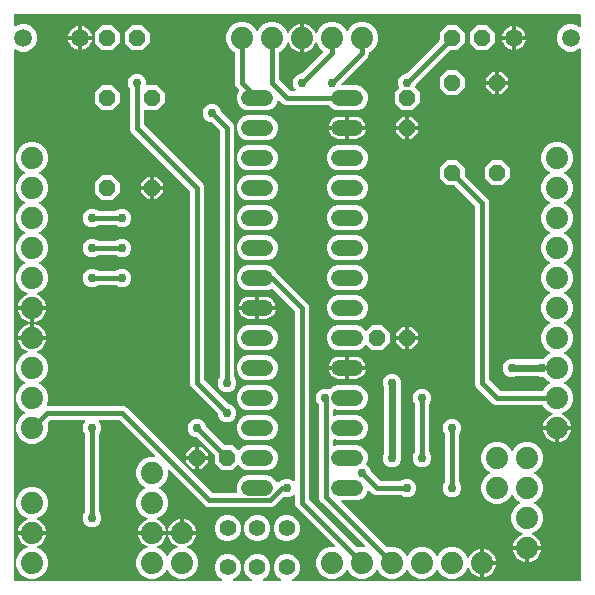
<source format=gbr>
G04 EAGLE Gerber RS-274X export*
G75*
%MOMM*%
%FSLAX34Y34*%
%LPD*%
%INBottom Copper*%
%IPPOS*%
%AMOC8*
5,1,8,0,0,1.08239X$1,22.5*%
G01*
%ADD10P,1.429621X8X292.500000*%
%ADD11P,1.429621X8X202.500000*%
%ADD12P,1.429621X8X22.500000*%
%ADD13P,1.429621X8X112.500000*%
%ADD14C,1.320800*%
%ADD15C,1.879600*%
%ADD16C,1.408000*%
%ADD17C,1.508000*%
%ADD18C,0.406400*%
%ADD19C,0.756400*%
%ADD20C,0.609600*%

G36*
X185768Y10176D02*
X185768Y10176D01*
X185865Y10186D01*
X185889Y10196D01*
X185915Y10200D01*
X186000Y10246D01*
X186090Y10286D01*
X186109Y10303D01*
X186132Y10316D01*
X186199Y10386D01*
X186271Y10452D01*
X186283Y10475D01*
X186301Y10494D01*
X186342Y10582D01*
X186389Y10668D01*
X186394Y10693D01*
X186405Y10717D01*
X186416Y10814D01*
X186433Y10910D01*
X186429Y10936D01*
X186432Y10961D01*
X186411Y11057D01*
X186397Y11153D01*
X186385Y11176D01*
X186380Y11202D01*
X186330Y11285D01*
X186286Y11372D01*
X186267Y11391D01*
X186254Y11413D01*
X186180Y11476D01*
X186110Y11544D01*
X186081Y11560D01*
X186067Y11573D01*
X186036Y11585D01*
X185963Y11625D01*
X184610Y12186D01*
X181486Y15310D01*
X179795Y19391D01*
X179795Y23809D01*
X181486Y27890D01*
X184610Y31014D01*
X188691Y32705D01*
X193109Y32705D01*
X197190Y31014D01*
X200314Y27890D01*
X202005Y23809D01*
X202005Y19391D01*
X200314Y15310D01*
X197190Y12186D01*
X195837Y11625D01*
X195754Y11574D01*
X195668Y11528D01*
X195650Y11510D01*
X195628Y11496D01*
X195566Y11420D01*
X195499Y11350D01*
X195488Y11326D01*
X195471Y11306D01*
X195436Y11215D01*
X195395Y11127D01*
X195392Y11101D01*
X195383Y11077D01*
X195379Y10979D01*
X195368Y10883D01*
X195374Y10857D01*
X195372Y10831D01*
X195400Y10737D01*
X195420Y10642D01*
X195434Y10620D01*
X195441Y10595D01*
X195496Y10515D01*
X195546Y10431D01*
X195566Y10414D01*
X195581Y10393D01*
X195659Y10334D01*
X195733Y10271D01*
X195758Y10261D01*
X195779Y10246D01*
X195871Y10216D01*
X195962Y10179D01*
X195994Y10176D01*
X196012Y10170D01*
X196046Y10170D01*
X196128Y10161D01*
X210672Y10161D01*
X210768Y10176D01*
X210865Y10186D01*
X210889Y10196D01*
X210915Y10200D01*
X211000Y10246D01*
X211090Y10286D01*
X211109Y10303D01*
X211132Y10316D01*
X211199Y10386D01*
X211271Y10452D01*
X211283Y10475D01*
X211301Y10494D01*
X211342Y10582D01*
X211389Y10668D01*
X211394Y10693D01*
X211405Y10717D01*
X211416Y10814D01*
X211433Y10910D01*
X211429Y10936D01*
X211432Y10961D01*
X211411Y11057D01*
X211397Y11153D01*
X211385Y11176D01*
X211380Y11202D01*
X211330Y11285D01*
X211286Y11372D01*
X211267Y11391D01*
X211254Y11413D01*
X211180Y11476D01*
X211110Y11544D01*
X211081Y11560D01*
X211067Y11573D01*
X211036Y11585D01*
X210963Y11625D01*
X209610Y12186D01*
X206486Y15310D01*
X204795Y19391D01*
X204795Y23809D01*
X206486Y27890D01*
X209610Y31014D01*
X213691Y32705D01*
X218109Y32705D01*
X222190Y31014D01*
X225314Y27890D01*
X227005Y23809D01*
X227005Y19391D01*
X225314Y15310D01*
X222190Y12186D01*
X220837Y11625D01*
X220754Y11574D01*
X220668Y11528D01*
X220650Y11510D01*
X220628Y11496D01*
X220566Y11420D01*
X220499Y11350D01*
X220488Y11326D01*
X220471Y11306D01*
X220436Y11215D01*
X220395Y11127D01*
X220392Y11101D01*
X220383Y11077D01*
X220379Y10979D01*
X220368Y10883D01*
X220374Y10857D01*
X220372Y10831D01*
X220400Y10737D01*
X220420Y10642D01*
X220434Y10620D01*
X220441Y10595D01*
X220496Y10515D01*
X220546Y10431D01*
X220566Y10414D01*
X220581Y10393D01*
X220659Y10334D01*
X220733Y10271D01*
X220758Y10261D01*
X220779Y10246D01*
X220871Y10216D01*
X220962Y10179D01*
X220994Y10176D01*
X221012Y10170D01*
X221046Y10170D01*
X221128Y10161D01*
X235672Y10161D01*
X235768Y10176D01*
X235865Y10186D01*
X235889Y10196D01*
X235915Y10200D01*
X236000Y10246D01*
X236090Y10286D01*
X236109Y10303D01*
X236132Y10316D01*
X236199Y10386D01*
X236271Y10452D01*
X236283Y10475D01*
X236301Y10494D01*
X236342Y10582D01*
X236389Y10668D01*
X236394Y10693D01*
X236405Y10717D01*
X236416Y10814D01*
X236433Y10910D01*
X236429Y10936D01*
X236432Y10961D01*
X236411Y11057D01*
X236397Y11153D01*
X236385Y11176D01*
X236380Y11202D01*
X236330Y11285D01*
X236286Y11372D01*
X236267Y11391D01*
X236254Y11413D01*
X236180Y11476D01*
X236110Y11544D01*
X236081Y11560D01*
X236067Y11573D01*
X236036Y11585D01*
X235963Y11625D01*
X234610Y12186D01*
X231486Y15310D01*
X229795Y19391D01*
X229795Y23809D01*
X231486Y27890D01*
X234610Y31014D01*
X238691Y32705D01*
X243109Y32705D01*
X247190Y31014D01*
X250314Y27890D01*
X252005Y23809D01*
X252005Y19391D01*
X250314Y15310D01*
X247190Y12186D01*
X245837Y11625D01*
X245754Y11574D01*
X245668Y11528D01*
X245650Y11510D01*
X245628Y11496D01*
X245566Y11420D01*
X245499Y11350D01*
X245488Y11326D01*
X245471Y11306D01*
X245436Y11215D01*
X245395Y11127D01*
X245392Y11101D01*
X245383Y11077D01*
X245379Y10979D01*
X245368Y10883D01*
X245374Y10857D01*
X245372Y10831D01*
X245400Y10737D01*
X245420Y10642D01*
X245434Y10620D01*
X245441Y10595D01*
X245496Y10515D01*
X245546Y10431D01*
X245566Y10414D01*
X245581Y10393D01*
X245659Y10334D01*
X245733Y10271D01*
X245758Y10261D01*
X245779Y10246D01*
X245871Y10216D01*
X245962Y10179D01*
X245994Y10176D01*
X246012Y10170D01*
X246046Y10170D01*
X246128Y10161D01*
X489078Y10161D01*
X489098Y10164D01*
X489117Y10162D01*
X489219Y10184D01*
X489321Y10200D01*
X489338Y10210D01*
X489358Y10214D01*
X489447Y10267D01*
X489538Y10316D01*
X489552Y10330D01*
X489569Y10340D01*
X489636Y10419D01*
X489708Y10494D01*
X489716Y10512D01*
X489729Y10527D01*
X489768Y10623D01*
X489811Y10717D01*
X489813Y10737D01*
X489821Y10755D01*
X489839Y10922D01*
X489839Y460290D01*
X489828Y460361D01*
X489826Y460432D01*
X489808Y460481D01*
X489800Y460533D01*
X489766Y460596D01*
X489741Y460663D01*
X489709Y460704D01*
X489684Y460750D01*
X489632Y460799D01*
X489588Y460855D01*
X489544Y460884D01*
X489506Y460919D01*
X489441Y460950D01*
X489381Y460988D01*
X489330Y461001D01*
X489283Y461023D01*
X489212Y461031D01*
X489142Y461048D01*
X489090Y461044D01*
X489039Y461050D01*
X488968Y461035D01*
X488897Y461029D01*
X488849Y461009D01*
X488798Y460998D01*
X488737Y460961D01*
X488671Y460933D01*
X488615Y460888D01*
X488587Y460872D01*
X488572Y460854D01*
X488540Y460828D01*
X487774Y460062D01*
X483508Y458295D01*
X478892Y458295D01*
X474626Y460062D01*
X471362Y463326D01*
X469595Y467592D01*
X469595Y472208D01*
X471362Y476474D01*
X474626Y479738D01*
X478892Y481505D01*
X483508Y481505D01*
X487774Y479738D01*
X488540Y478972D01*
X488598Y478930D01*
X488650Y478881D01*
X488697Y478859D01*
X488739Y478828D01*
X488808Y478807D01*
X488873Y478777D01*
X488925Y478771D01*
X488975Y478756D01*
X489046Y478758D01*
X489117Y478750D01*
X489168Y478761D01*
X489220Y478762D01*
X489288Y478787D01*
X489358Y478802D01*
X489403Y478829D01*
X489451Y478847D01*
X489507Y478892D01*
X489569Y478928D01*
X489603Y478968D01*
X489643Y479000D01*
X489682Y479061D01*
X489729Y479115D01*
X489748Y479164D01*
X489776Y479207D01*
X489794Y479277D01*
X489821Y479343D01*
X489829Y479415D01*
X489837Y479446D01*
X489835Y479469D01*
X489839Y479510D01*
X489839Y489078D01*
X489836Y489098D01*
X489838Y489117D01*
X489816Y489219D01*
X489800Y489321D01*
X489790Y489338D01*
X489786Y489358D01*
X489733Y489447D01*
X489684Y489538D01*
X489670Y489552D01*
X489660Y489569D01*
X489581Y489636D01*
X489506Y489708D01*
X489488Y489716D01*
X489473Y489729D01*
X489377Y489768D01*
X489283Y489811D01*
X489263Y489813D01*
X489245Y489821D01*
X489078Y489839D01*
X10922Y489839D01*
X10902Y489836D01*
X10883Y489838D01*
X10781Y489816D01*
X10679Y489800D01*
X10662Y489790D01*
X10642Y489786D01*
X10553Y489733D01*
X10462Y489684D01*
X10448Y489670D01*
X10431Y489660D01*
X10364Y489581D01*
X10292Y489506D01*
X10284Y489488D01*
X10271Y489473D01*
X10232Y489377D01*
X10189Y489283D01*
X10187Y489263D01*
X10179Y489245D01*
X10161Y489078D01*
X10161Y480390D01*
X10168Y480345D01*
X10166Y480299D01*
X10188Y480224D01*
X10200Y480148D01*
X10222Y480107D01*
X10235Y480063D01*
X10279Y479999D01*
X10316Y479930D01*
X10349Y479899D01*
X10375Y479861D01*
X10438Y479814D01*
X10494Y479761D01*
X10536Y479741D01*
X10572Y479714D01*
X10646Y479690D01*
X10717Y479657D01*
X10763Y479652D01*
X10806Y479638D01*
X10884Y479639D01*
X10961Y479630D01*
X11006Y479640D01*
X11052Y479640D01*
X11184Y479678D01*
X11202Y479682D01*
X11206Y479685D01*
X11213Y479687D01*
X15602Y481505D01*
X20218Y481505D01*
X24484Y479738D01*
X27748Y476474D01*
X29515Y472208D01*
X29515Y467592D01*
X27748Y463326D01*
X24484Y460062D01*
X20218Y458295D01*
X15602Y458295D01*
X11213Y460113D01*
X11169Y460123D01*
X11127Y460143D01*
X11050Y460151D01*
X10974Y460169D01*
X10928Y460165D01*
X10883Y460170D01*
X10806Y460153D01*
X10729Y460146D01*
X10687Y460127D01*
X10642Y460118D01*
X10575Y460078D01*
X10504Y460046D01*
X10470Y460015D01*
X10431Y459991D01*
X10380Y459932D01*
X10323Y459880D01*
X10301Y459839D01*
X10271Y459805D01*
X10242Y459732D01*
X10205Y459664D01*
X10196Y459619D01*
X10179Y459576D01*
X10164Y459440D01*
X10161Y459422D01*
X10162Y459417D01*
X10161Y459410D01*
X10161Y10922D01*
X10164Y10902D01*
X10162Y10883D01*
X10184Y10781D01*
X10200Y10679D01*
X10210Y10662D01*
X10214Y10642D01*
X10267Y10553D01*
X10316Y10462D01*
X10330Y10448D01*
X10340Y10431D01*
X10419Y10364D01*
X10494Y10292D01*
X10512Y10284D01*
X10527Y10271D01*
X10623Y10232D01*
X10717Y10189D01*
X10737Y10187D01*
X10755Y10179D01*
X10922Y10161D01*
X185672Y10161D01*
X185768Y10176D01*
G37*
%LPC*%
G36*
X124322Y11937D02*
X124322Y11937D01*
X119374Y13987D01*
X115587Y17774D01*
X113537Y22722D01*
X113537Y28078D01*
X115587Y33026D01*
X119374Y36813D01*
X122760Y38216D01*
X122846Y38269D01*
X122935Y38317D01*
X122950Y38334D01*
X122969Y38345D01*
X123033Y38423D01*
X123102Y38497D01*
X123111Y38518D01*
X123126Y38535D01*
X123162Y38629D01*
X123204Y38722D01*
X123206Y38744D01*
X123214Y38764D01*
X123218Y38865D01*
X123228Y38966D01*
X123223Y38988D01*
X123224Y39010D01*
X123196Y39107D01*
X123173Y39206D01*
X123162Y39225D01*
X123156Y39246D01*
X123098Y39329D01*
X123045Y39416D01*
X123028Y39430D01*
X123015Y39448D01*
X122934Y39509D01*
X122856Y39574D01*
X122832Y39585D01*
X122818Y39595D01*
X122787Y39605D01*
X122704Y39643D01*
X122417Y39736D01*
X120743Y40589D01*
X119222Y41694D01*
X117894Y43022D01*
X116789Y44543D01*
X115936Y46217D01*
X115355Y48004D01*
X115154Y49277D01*
X126238Y49277D01*
X126258Y49280D01*
X126277Y49278D01*
X126379Y49300D01*
X126481Y49317D01*
X126498Y49326D01*
X126518Y49330D01*
X126607Y49383D01*
X126698Y49432D01*
X126712Y49446D01*
X126729Y49456D01*
X126796Y49535D01*
X126867Y49610D01*
X126876Y49628D01*
X126889Y49643D01*
X126927Y49739D01*
X126971Y49833D01*
X126973Y49853D01*
X126981Y49871D01*
X126999Y50038D01*
X126999Y51562D01*
X126996Y51582D01*
X126998Y51601D01*
X126976Y51703D01*
X126959Y51805D01*
X126950Y51822D01*
X126946Y51842D01*
X126893Y51931D01*
X126844Y52022D01*
X126830Y52036D01*
X126820Y52053D01*
X126741Y52120D01*
X126666Y52191D01*
X126648Y52200D01*
X126633Y52213D01*
X126537Y52252D01*
X126443Y52295D01*
X126423Y52297D01*
X126405Y52305D01*
X126238Y52323D01*
X115154Y52323D01*
X115355Y53596D01*
X115936Y55383D01*
X116789Y57057D01*
X117894Y58578D01*
X119222Y59906D01*
X120743Y61011D01*
X122417Y61864D01*
X122704Y61957D01*
X122794Y62004D01*
X122886Y62045D01*
X122902Y62060D01*
X122922Y62070D01*
X122993Y62143D01*
X123067Y62211D01*
X123078Y62231D01*
X123093Y62247D01*
X123137Y62338D01*
X123186Y62427D01*
X123190Y62449D01*
X123199Y62469D01*
X123212Y62569D01*
X123230Y62669D01*
X123226Y62691D01*
X123229Y62713D01*
X123209Y62812D01*
X123194Y62912D01*
X123184Y62932D01*
X123179Y62954D01*
X123128Y63041D01*
X123082Y63131D01*
X123066Y63147D01*
X123055Y63166D01*
X122979Y63233D01*
X122907Y63304D01*
X122883Y63317D01*
X122870Y63328D01*
X122852Y63335D01*
X122849Y63338D01*
X122832Y63345D01*
X122760Y63384D01*
X119374Y64787D01*
X115587Y68574D01*
X113537Y73522D01*
X113537Y78878D01*
X115587Y83826D01*
X119374Y87613D01*
X120783Y88197D01*
X120844Y88235D01*
X120909Y88264D01*
X120948Y88299D01*
X120992Y88326D01*
X121038Y88382D01*
X121090Y88430D01*
X121115Y88476D01*
X121149Y88516D01*
X121174Y88583D01*
X121209Y88646D01*
X121218Y88697D01*
X121237Y88745D01*
X121240Y88817D01*
X121253Y88888D01*
X121245Y88939D01*
X121247Y88991D01*
X121227Y89060D01*
X121217Y89131D01*
X121193Y89177D01*
X121179Y89227D01*
X121138Y89286D01*
X121105Y89350D01*
X121068Y89387D01*
X121038Y89429D01*
X120981Y89472D01*
X120930Y89522D01*
X120867Y89557D01*
X120841Y89576D01*
X120819Y89583D01*
X120783Y89603D01*
X119374Y90187D01*
X115587Y93974D01*
X113537Y98922D01*
X113537Y104278D01*
X115587Y109226D01*
X119374Y113013D01*
X124322Y115063D01*
X128477Y115063D01*
X128548Y115074D01*
X128620Y115076D01*
X128669Y115094D01*
X128720Y115102D01*
X128783Y115136D01*
X128851Y115161D01*
X128891Y115193D01*
X128938Y115218D01*
X128987Y115270D01*
X129043Y115314D01*
X129071Y115358D01*
X129107Y115396D01*
X129137Y115461D01*
X129176Y115521D01*
X129189Y115572D01*
X129211Y115619D01*
X129218Y115690D01*
X129236Y115760D01*
X129232Y115812D01*
X129238Y115863D01*
X129222Y115934D01*
X129217Y116005D01*
X129196Y116053D01*
X129185Y116104D01*
X129149Y116165D01*
X129120Y116231D01*
X129076Y116287D01*
X129059Y116315D01*
X129041Y116330D01*
X129016Y116362D01*
X99298Y146080D01*
X99224Y146133D01*
X99154Y146193D01*
X99124Y146205D01*
X99098Y146224D01*
X99011Y146251D01*
X98926Y146285D01*
X98885Y146289D01*
X98863Y146296D01*
X98831Y146295D01*
X98759Y146303D01*
X82531Y146303D01*
X82461Y146292D01*
X82389Y146290D01*
X82340Y146272D01*
X82289Y146264D01*
X82225Y146230D01*
X82158Y146205D01*
X82117Y146173D01*
X82071Y146148D01*
X82022Y146096D01*
X81966Y146052D01*
X81938Y146008D01*
X81902Y145970D01*
X81872Y145905D01*
X81833Y145845D01*
X81820Y145794D01*
X81798Y145747D01*
X81790Y145676D01*
X81773Y145606D01*
X81777Y145554D01*
X81771Y145503D01*
X81787Y145432D01*
X81792Y145361D01*
X81812Y145313D01*
X81824Y145262D01*
X81860Y145201D01*
X81888Y145135D01*
X81933Y145079D01*
X81950Y145051D01*
X81967Y145036D01*
X81993Y145004D01*
X82852Y144145D01*
X84047Y141261D01*
X84047Y138139D01*
X82852Y135255D01*
X82520Y134923D01*
X82467Y134849D01*
X82407Y134779D01*
X82395Y134749D01*
X82376Y134723D01*
X82349Y134636D01*
X82315Y134551D01*
X82311Y134510D01*
X82304Y134488D01*
X82305Y134456D01*
X82297Y134384D01*
X82297Y68816D01*
X82311Y68725D01*
X82319Y68634D01*
X82331Y68605D01*
X82336Y68573D01*
X82379Y68492D01*
X82415Y68408D01*
X82441Y68376D01*
X82452Y68355D01*
X82475Y68333D01*
X82520Y68277D01*
X82852Y67945D01*
X84047Y65061D01*
X84047Y61939D01*
X82852Y59055D01*
X80645Y56848D01*
X77761Y55653D01*
X74639Y55653D01*
X71755Y56848D01*
X69548Y59055D01*
X68353Y61939D01*
X68353Y65061D01*
X69548Y67945D01*
X69880Y68277D01*
X69928Y68344D01*
X69933Y68349D01*
X69935Y68353D01*
X69993Y68421D01*
X70005Y68451D01*
X70024Y68477D01*
X70051Y68564D01*
X70085Y68649D01*
X70089Y68690D01*
X70096Y68712D01*
X70095Y68744D01*
X70103Y68816D01*
X70103Y134384D01*
X70089Y134475D01*
X70081Y134565D01*
X70069Y134595D01*
X70064Y134627D01*
X70021Y134708D01*
X69985Y134792D01*
X69959Y134824D01*
X69948Y134845D01*
X69925Y134867D01*
X69880Y134923D01*
X69548Y135255D01*
X68353Y138139D01*
X68353Y141261D01*
X69548Y144145D01*
X70407Y145004D01*
X70449Y145062D01*
X70498Y145114D01*
X70520Y145161D01*
X70550Y145203D01*
X70571Y145272D01*
X70602Y145337D01*
X70607Y145389D01*
X70623Y145439D01*
X70621Y145510D01*
X70629Y145581D01*
X70618Y145632D01*
X70616Y145684D01*
X70592Y145752D01*
X70576Y145822D01*
X70550Y145867D01*
X70532Y145915D01*
X70487Y145971D01*
X70450Y146033D01*
X70411Y146067D01*
X70378Y146107D01*
X70318Y146146D01*
X70263Y146193D01*
X70215Y146212D01*
X70171Y146240D01*
X70102Y146258D01*
X70035Y146285D01*
X69964Y146293D01*
X69933Y146301D01*
X69909Y146299D01*
X69869Y146303D01*
X40941Y146303D01*
X40851Y146289D01*
X40760Y146281D01*
X40730Y146269D01*
X40698Y146264D01*
X40617Y146221D01*
X40533Y146185D01*
X40501Y146159D01*
X40481Y146148D01*
X40458Y146125D01*
X40402Y146080D01*
X38589Y144267D01*
X38521Y144173D01*
X38451Y144078D01*
X38449Y144072D01*
X38445Y144067D01*
X38411Y143956D01*
X38375Y143844D01*
X38375Y143838D01*
X38373Y143832D01*
X38376Y143715D01*
X38377Y143598D01*
X38379Y143591D01*
X38379Y143586D01*
X38386Y143569D01*
X38424Y143437D01*
X38863Y142378D01*
X38863Y137022D01*
X36813Y132074D01*
X33026Y128287D01*
X28078Y126237D01*
X22722Y126237D01*
X17774Y128287D01*
X13987Y132074D01*
X11937Y137022D01*
X11937Y142378D01*
X13987Y147326D01*
X17774Y151113D01*
X19183Y151697D01*
X19244Y151735D01*
X19309Y151764D01*
X19348Y151799D01*
X19392Y151826D01*
X19438Y151882D01*
X19490Y151930D01*
X19515Y151976D01*
X19549Y152016D01*
X19574Y152083D01*
X19609Y152146D01*
X19618Y152197D01*
X19637Y152245D01*
X19640Y152317D01*
X19653Y152388D01*
X19645Y152439D01*
X19647Y152491D01*
X19627Y152560D01*
X19617Y152631D01*
X19593Y152677D01*
X19579Y152727D01*
X19538Y152786D01*
X19505Y152850D01*
X19468Y152887D01*
X19438Y152929D01*
X19381Y152972D01*
X19330Y153022D01*
X19267Y153057D01*
X19241Y153076D01*
X19219Y153083D01*
X19183Y153103D01*
X17774Y153687D01*
X13987Y157474D01*
X11937Y162422D01*
X11937Y167778D01*
X13987Y172726D01*
X17774Y176513D01*
X19183Y177097D01*
X19244Y177135D01*
X19309Y177164D01*
X19348Y177199D01*
X19392Y177226D01*
X19438Y177282D01*
X19490Y177330D01*
X19515Y177376D01*
X19549Y177416D01*
X19574Y177483D01*
X19609Y177546D01*
X19618Y177597D01*
X19637Y177645D01*
X19640Y177717D01*
X19653Y177788D01*
X19645Y177839D01*
X19647Y177891D01*
X19627Y177960D01*
X19617Y178031D01*
X19593Y178077D01*
X19579Y178127D01*
X19538Y178186D01*
X19505Y178250D01*
X19468Y178287D01*
X19438Y178329D01*
X19381Y178372D01*
X19330Y178422D01*
X19267Y178457D01*
X19241Y178476D01*
X19219Y178483D01*
X19183Y178503D01*
X17774Y179087D01*
X13987Y182874D01*
X11937Y187822D01*
X11937Y193178D01*
X13987Y198126D01*
X17774Y201913D01*
X21160Y203316D01*
X21246Y203369D01*
X21335Y203417D01*
X21350Y203434D01*
X21369Y203445D01*
X21433Y203523D01*
X21502Y203597D01*
X21511Y203618D01*
X21526Y203635D01*
X21562Y203729D01*
X21604Y203822D01*
X21606Y203844D01*
X21614Y203864D01*
X21618Y203965D01*
X21628Y204066D01*
X21623Y204088D01*
X21624Y204110D01*
X21596Y204207D01*
X21573Y204306D01*
X21562Y204325D01*
X21556Y204346D01*
X21498Y204429D01*
X21445Y204516D01*
X21428Y204530D01*
X21415Y204548D01*
X21334Y204609D01*
X21256Y204674D01*
X21232Y204685D01*
X21218Y204695D01*
X21187Y204705D01*
X21104Y204743D01*
X20817Y204836D01*
X19143Y205689D01*
X17622Y206794D01*
X16294Y208122D01*
X15189Y209643D01*
X14336Y211317D01*
X13755Y213104D01*
X13554Y214377D01*
X24638Y214377D01*
X24658Y214380D01*
X24677Y214378D01*
X24779Y214400D01*
X24881Y214417D01*
X24898Y214426D01*
X24918Y214430D01*
X25007Y214483D01*
X25098Y214532D01*
X25112Y214546D01*
X25129Y214556D01*
X25196Y214635D01*
X25267Y214710D01*
X25276Y214728D01*
X25289Y214743D01*
X25327Y214839D01*
X25371Y214933D01*
X25373Y214953D01*
X25381Y214971D01*
X25399Y215138D01*
X25399Y215901D01*
X25401Y215901D01*
X25401Y215138D01*
X25404Y215118D01*
X25402Y215099D01*
X25424Y214997D01*
X25441Y214895D01*
X25450Y214878D01*
X25454Y214858D01*
X25507Y214769D01*
X25556Y214678D01*
X25570Y214664D01*
X25580Y214647D01*
X25659Y214580D01*
X25734Y214509D01*
X25752Y214500D01*
X25767Y214487D01*
X25863Y214448D01*
X25957Y214405D01*
X25977Y214403D01*
X25995Y214395D01*
X26162Y214377D01*
X37246Y214377D01*
X37045Y213104D01*
X36464Y211317D01*
X35611Y209643D01*
X34506Y208122D01*
X33178Y206794D01*
X31657Y205689D01*
X29983Y204836D01*
X29696Y204743D01*
X29606Y204696D01*
X29514Y204655D01*
X29498Y204640D01*
X29478Y204630D01*
X29407Y204557D01*
X29333Y204489D01*
X29322Y204469D01*
X29307Y204453D01*
X29263Y204362D01*
X29214Y204273D01*
X29210Y204251D01*
X29201Y204231D01*
X29188Y204131D01*
X29170Y204031D01*
X29174Y204009D01*
X29171Y203987D01*
X29191Y203888D01*
X29206Y203788D01*
X29216Y203768D01*
X29221Y203746D01*
X29272Y203659D01*
X29318Y203569D01*
X29334Y203553D01*
X29345Y203534D01*
X29421Y203467D01*
X29493Y203396D01*
X29517Y203383D01*
X29530Y203372D01*
X29560Y203360D01*
X29640Y203316D01*
X33026Y201913D01*
X36813Y198126D01*
X38863Y193178D01*
X38863Y187822D01*
X36813Y182874D01*
X33026Y179087D01*
X31617Y178503D01*
X31556Y178466D01*
X31491Y178436D01*
X31452Y178401D01*
X31408Y178374D01*
X31362Y178318D01*
X31310Y178270D01*
X31285Y178224D01*
X31251Y178184D01*
X31226Y178117D01*
X31191Y178054D01*
X31182Y178003D01*
X31163Y177955D01*
X31160Y177883D01*
X31147Y177812D01*
X31155Y177761D01*
X31153Y177709D01*
X31173Y177640D01*
X31183Y177569D01*
X31207Y177523D01*
X31221Y177473D01*
X31262Y177414D01*
X31295Y177350D01*
X31332Y177313D01*
X31362Y177271D01*
X31419Y177228D01*
X31470Y177178D01*
X31533Y177143D01*
X31559Y177124D01*
X31581Y177117D01*
X31617Y177097D01*
X33026Y176513D01*
X36813Y172726D01*
X38863Y167778D01*
X38863Y162422D01*
X37673Y159549D01*
X37662Y159505D01*
X37643Y159463D01*
X37634Y159386D01*
X37617Y159310D01*
X37621Y159264D01*
X37616Y159219D01*
X37632Y159142D01*
X37640Y159065D01*
X37658Y159023D01*
X37668Y158978D01*
X37708Y158911D01*
X37740Y158840D01*
X37771Y158806D01*
X37794Y158767D01*
X37853Y158716D01*
X37906Y158659D01*
X37946Y158637D01*
X37981Y158607D01*
X38053Y158578D01*
X38122Y158541D01*
X38167Y158532D01*
X38209Y158515D01*
X38345Y158500D01*
X38364Y158497D01*
X38369Y158498D01*
X38376Y158497D01*
X102813Y158497D01*
X105054Y157569D01*
X177562Y85060D01*
X177636Y85007D01*
X177706Y84947D01*
X177736Y84935D01*
X177762Y84916D01*
X177849Y84889D01*
X177934Y84855D01*
X177975Y84851D01*
X177997Y84844D01*
X178029Y84845D01*
X178101Y84837D01*
X198292Y84837D01*
X198337Y84844D01*
X198383Y84842D01*
X198458Y84864D01*
X198535Y84876D01*
X198575Y84898D01*
X198619Y84911D01*
X198683Y84955D01*
X198752Y84992D01*
X198784Y85025D01*
X198821Y85051D01*
X198868Y85114D01*
X198922Y85170D01*
X198941Y85212D01*
X198968Y85248D01*
X198992Y85322D01*
X199025Y85393D01*
X199030Y85439D01*
X199044Y85482D01*
X199044Y85560D01*
X199052Y85637D01*
X199042Y85682D01*
X199042Y85728D01*
X199004Y85860D01*
X199000Y85878D01*
X198997Y85882D01*
X198995Y85889D01*
X198627Y86778D01*
X198627Y91022D01*
X200251Y94943D01*
X203253Y97945D01*
X207174Y99569D01*
X224626Y99569D01*
X228547Y97945D01*
X231549Y94943D01*
X231917Y94055D01*
X231941Y94016D01*
X231957Y93973D01*
X232005Y93912D01*
X232046Y93846D01*
X232082Y93816D01*
X232110Y93781D01*
X232176Y93739D01*
X232236Y93689D01*
X232279Y93672D01*
X232317Y93648D01*
X232393Y93629D01*
X232465Y93601D01*
X232511Y93599D01*
X232556Y93588D01*
X232633Y93594D01*
X232711Y93590D01*
X232755Y93603D01*
X232801Y93607D01*
X232873Y93637D01*
X232947Y93659D01*
X232985Y93685D01*
X233027Y93703D01*
X233134Y93788D01*
X233149Y93799D01*
X233152Y93803D01*
X233158Y93808D01*
X233419Y94069D01*
X235660Y94997D01*
X235984Y94997D01*
X236075Y95011D01*
X236165Y95019D01*
X236195Y95031D01*
X236227Y95036D01*
X236308Y95079D01*
X236392Y95115D01*
X236424Y95141D01*
X236445Y95152D01*
X236467Y95175D01*
X236523Y95220D01*
X236855Y95552D01*
X239739Y96747D01*
X242861Y96747D01*
X245745Y95552D01*
X246604Y94693D01*
X246662Y94651D01*
X246714Y94602D01*
X246761Y94580D01*
X246803Y94550D01*
X246872Y94529D01*
X246937Y94498D01*
X246989Y94493D01*
X247039Y94477D01*
X247110Y94479D01*
X247181Y94471D01*
X247232Y94482D01*
X247284Y94484D01*
X247352Y94508D01*
X247422Y94524D01*
X247467Y94550D01*
X247515Y94568D01*
X247571Y94613D01*
X247633Y94650D01*
X247667Y94689D01*
X247707Y94722D01*
X247746Y94782D01*
X247793Y94837D01*
X247812Y94885D01*
X247840Y94929D01*
X247858Y94998D01*
X247885Y95065D01*
X247893Y95136D01*
X247901Y95167D01*
X247899Y95191D01*
X247903Y95231D01*
X247903Y238459D01*
X247889Y238549D01*
X247881Y238640D01*
X247869Y238670D01*
X247864Y238702D01*
X247821Y238783D01*
X247785Y238867D01*
X247759Y238899D01*
X247748Y238919D01*
X247725Y238942D01*
X247680Y238998D01*
X229243Y257435D01*
X229149Y257502D01*
X229054Y257573D01*
X229048Y257575D01*
X229043Y257578D01*
X228932Y257613D01*
X228820Y257649D01*
X228814Y257649D01*
X228808Y257651D01*
X228691Y257648D01*
X228574Y257647D01*
X228567Y257645D01*
X228562Y257644D01*
X228545Y257638D01*
X228413Y257600D01*
X224626Y256031D01*
X207174Y256031D01*
X203253Y257655D01*
X200251Y260657D01*
X198627Y264578D01*
X198627Y268822D01*
X200251Y272743D01*
X203253Y275745D01*
X207174Y277369D01*
X224626Y277369D01*
X228547Y275745D01*
X231549Y272743D01*
X231761Y272231D01*
X231809Y272153D01*
X231850Y272072D01*
X231873Y272050D01*
X231890Y272022D01*
X231946Y271976D01*
X259169Y244754D01*
X260097Y242513D01*
X260097Y79041D01*
X260111Y78951D01*
X260119Y78860D01*
X260131Y78830D01*
X260136Y78798D01*
X260179Y78717D01*
X260215Y78633D01*
X260241Y78601D01*
X260252Y78581D01*
X260275Y78558D01*
X260320Y78502D01*
X300233Y38589D01*
X300328Y38521D01*
X300422Y38451D01*
X300428Y38449D01*
X300433Y38445D01*
X300544Y38411D01*
X300656Y38375D01*
X300662Y38375D01*
X300668Y38373D01*
X300785Y38376D01*
X300902Y38377D01*
X300909Y38379D01*
X300914Y38379D01*
X300931Y38386D01*
X301063Y38424D01*
X302122Y38863D01*
X306277Y38863D01*
X306348Y38874D01*
X306420Y38876D01*
X306469Y38894D01*
X306520Y38902D01*
X306583Y38936D01*
X306651Y38961D01*
X306691Y38993D01*
X306738Y39018D01*
X306787Y39070D01*
X306843Y39114D01*
X306871Y39158D01*
X306907Y39196D01*
X306937Y39261D01*
X306976Y39321D01*
X306989Y39372D01*
X307011Y39419D01*
X307018Y39490D01*
X307036Y39560D01*
X307032Y39612D01*
X307038Y39663D01*
X307022Y39734D01*
X307017Y39805D01*
X306996Y39853D01*
X306985Y39904D01*
X306949Y39965D01*
X306920Y40031D01*
X306876Y40087D01*
X306859Y40115D01*
X306841Y40130D01*
X306816Y40162D01*
X270974Y76004D01*
X269151Y77826D01*
X268223Y80067D01*
X268223Y159050D01*
X268209Y159141D01*
X268201Y159231D01*
X268189Y159261D01*
X268184Y159293D01*
X268141Y159374D01*
X268105Y159458D01*
X268079Y159490D01*
X268068Y159511D01*
X268045Y159533D01*
X268000Y159589D01*
X266934Y160655D01*
X265739Y163539D01*
X265739Y166661D01*
X266934Y169545D01*
X269141Y171752D01*
X272025Y172947D01*
X275147Y172947D01*
X276875Y172231D01*
X276988Y172204D01*
X277102Y172176D01*
X277108Y172176D01*
X277114Y172175D01*
X277231Y172186D01*
X277347Y172195D01*
X277353Y172197D01*
X277359Y172198D01*
X277466Y172246D01*
X277573Y172291D01*
X277579Y172296D01*
X277584Y172298D01*
X277597Y172311D01*
X277704Y172396D01*
X279453Y174145D01*
X283374Y175769D01*
X300826Y175769D01*
X304747Y174145D01*
X307749Y171143D01*
X309373Y167222D01*
X309373Y162978D01*
X307749Y159057D01*
X304747Y156055D01*
X300826Y154431D01*
X283374Y154431D01*
X281469Y155220D01*
X281425Y155231D01*
X281383Y155250D01*
X281306Y155259D01*
X281230Y155276D01*
X281184Y155272D01*
X281139Y155277D01*
X281062Y155261D01*
X280985Y155253D01*
X280943Y155235D01*
X280898Y155225D01*
X280831Y155185D01*
X280760Y155153D01*
X280726Y155122D01*
X280687Y155099D01*
X280636Y155040D01*
X280579Y154987D01*
X280557Y154947D01*
X280527Y154912D01*
X280498Y154840D01*
X280461Y154771D01*
X280452Y154726D01*
X280435Y154684D01*
X280420Y154548D01*
X280417Y154529D01*
X280418Y154524D01*
X280417Y154517D01*
X280417Y150283D01*
X280424Y150238D01*
X280422Y150192D01*
X280444Y150117D01*
X280456Y150040D01*
X280478Y150000D01*
X280491Y149956D01*
X280535Y149892D01*
X280572Y149823D01*
X280605Y149791D01*
X280631Y149754D01*
X280694Y149707D01*
X280750Y149654D01*
X280792Y149634D01*
X280828Y149607D01*
X280902Y149583D01*
X280973Y149550D01*
X281019Y149545D01*
X281062Y149531D01*
X281140Y149531D01*
X281217Y149523D01*
X281262Y149533D01*
X281308Y149533D01*
X281440Y149571D01*
X281458Y149575D01*
X281462Y149578D01*
X281469Y149580D01*
X283374Y150369D01*
X300826Y150369D01*
X304747Y148745D01*
X307749Y145743D01*
X309373Y141822D01*
X309373Y137578D01*
X307749Y133657D01*
X304747Y130655D01*
X300826Y129031D01*
X283374Y129031D01*
X281469Y129820D01*
X281425Y129831D01*
X281383Y129850D01*
X281306Y129859D01*
X281230Y129876D01*
X281184Y129872D01*
X281139Y129877D01*
X281062Y129861D01*
X280985Y129853D01*
X280943Y129835D01*
X280898Y129825D01*
X280831Y129785D01*
X280760Y129753D01*
X280726Y129722D01*
X280687Y129699D01*
X280636Y129640D01*
X280579Y129587D01*
X280557Y129547D01*
X280527Y129512D01*
X280498Y129440D01*
X280461Y129371D01*
X280452Y129326D01*
X280435Y129284D01*
X280420Y129148D01*
X280417Y129129D01*
X280418Y129124D01*
X280417Y129117D01*
X280417Y124883D01*
X280424Y124838D01*
X280422Y124792D01*
X280444Y124717D01*
X280456Y124640D01*
X280478Y124600D01*
X280491Y124556D01*
X280535Y124492D01*
X280572Y124423D01*
X280605Y124391D01*
X280631Y124354D01*
X280694Y124307D01*
X280750Y124254D01*
X280792Y124234D01*
X280828Y124207D01*
X280902Y124183D01*
X280973Y124150D01*
X281019Y124145D01*
X281062Y124131D01*
X281140Y124131D01*
X281217Y124123D01*
X281262Y124133D01*
X281308Y124133D01*
X281440Y124171D01*
X281458Y124175D01*
X281462Y124178D01*
X281469Y124180D01*
X283374Y124969D01*
X300826Y124969D01*
X304747Y123345D01*
X307749Y120343D01*
X309373Y116422D01*
X309373Y112178D01*
X308257Y109485D01*
X308253Y109466D01*
X308243Y109448D01*
X308225Y109346D01*
X308201Y109246D01*
X308203Y109226D01*
X308200Y109206D01*
X308215Y109104D01*
X308224Y109001D01*
X308232Y108983D01*
X308235Y108963D01*
X308282Y108871D01*
X308324Y108776D01*
X308338Y108761D01*
X308347Y108744D01*
X308421Y108671D01*
X308491Y108595D01*
X308508Y108585D01*
X308522Y108571D01*
X308669Y108490D01*
X309245Y108252D01*
X311452Y106045D01*
X312647Y103161D01*
X312647Y102691D01*
X312661Y102601D01*
X312669Y102510D01*
X312681Y102480D01*
X312686Y102448D01*
X312729Y102367D01*
X312765Y102283D01*
X312791Y102251D01*
X312802Y102231D01*
X312825Y102208D01*
X312870Y102152D01*
X319802Y95220D01*
X319876Y95167D01*
X319946Y95107D01*
X319976Y95095D01*
X320002Y95076D01*
X320089Y95049D01*
X320174Y95015D01*
X320215Y95011D01*
X320237Y95004D01*
X320269Y95005D01*
X320341Y94997D01*
X337584Y94997D01*
X337675Y95011D01*
X337765Y95019D01*
X337795Y95031D01*
X337827Y95036D01*
X337908Y95079D01*
X337992Y95115D01*
X338024Y95141D01*
X338045Y95152D01*
X338067Y95175D01*
X338123Y95220D01*
X338455Y95552D01*
X341339Y96747D01*
X344461Y96747D01*
X347345Y95552D01*
X349552Y93345D01*
X350747Y90461D01*
X350747Y87339D01*
X349552Y84455D01*
X347345Y82248D01*
X344461Y81053D01*
X341339Y81053D01*
X338455Y82248D01*
X338123Y82580D01*
X338049Y82633D01*
X337979Y82693D01*
X337949Y82705D01*
X337923Y82724D01*
X337836Y82751D01*
X337751Y82785D01*
X337710Y82789D01*
X337688Y82796D01*
X337656Y82795D01*
X337584Y82803D01*
X316287Y82803D01*
X314046Y83731D01*
X310655Y87123D01*
X310618Y87150D01*
X310587Y87184D01*
X310518Y87221D01*
X310455Y87266D01*
X310411Y87280D01*
X310371Y87302D01*
X310294Y87316D01*
X310220Y87339D01*
X310174Y87338D01*
X310129Y87346D01*
X310052Y87335D01*
X309974Y87332D01*
X309931Y87317D01*
X309886Y87310D01*
X309816Y87275D01*
X309743Y87248D01*
X309707Y87219D01*
X309666Y87199D01*
X309612Y87143D01*
X309551Y87094D01*
X309526Y87056D01*
X309494Y87023D01*
X309428Y86903D01*
X309418Y86887D01*
X309417Y86883D01*
X309413Y86876D01*
X307749Y82857D01*
X304747Y79855D01*
X300826Y78231D01*
X287829Y78231D01*
X287758Y78220D01*
X287686Y78218D01*
X287637Y78200D01*
X287586Y78192D01*
X287523Y78158D01*
X287455Y78133D01*
X287414Y78101D01*
X287368Y78076D01*
X287319Y78025D01*
X287263Y77980D01*
X287235Y77936D01*
X287199Y77898D01*
X287169Y77833D01*
X287130Y77773D01*
X287117Y77722D01*
X287095Y77675D01*
X287088Y77604D01*
X287070Y77534D01*
X287074Y77482D01*
X287068Y77431D01*
X287084Y77360D01*
X287089Y77289D01*
X287110Y77241D01*
X287121Y77190D01*
X287157Y77129D01*
X287186Y77063D01*
X287230Y77007D01*
X287247Y76979D01*
X287265Y76964D01*
X287290Y76932D01*
X325633Y38589D01*
X325728Y38521D01*
X325822Y38451D01*
X325828Y38449D01*
X325833Y38445D01*
X325944Y38411D01*
X326056Y38375D01*
X326062Y38375D01*
X326068Y38373D01*
X326185Y38376D01*
X326302Y38377D01*
X326309Y38379D01*
X326314Y38379D01*
X326331Y38386D01*
X326463Y38424D01*
X327522Y38863D01*
X332878Y38863D01*
X337826Y36813D01*
X341613Y33026D01*
X342197Y31617D01*
X342234Y31556D01*
X342264Y31491D01*
X342299Y31452D01*
X342326Y31408D01*
X342382Y31362D01*
X342430Y31310D01*
X342476Y31285D01*
X342516Y31251D01*
X342583Y31226D01*
X342646Y31191D01*
X342697Y31182D01*
X342745Y31163D01*
X342817Y31160D01*
X342888Y31147D01*
X342939Y31155D01*
X342991Y31153D01*
X343060Y31173D01*
X343131Y31183D01*
X343177Y31207D01*
X343227Y31221D01*
X343286Y31262D01*
X343350Y31295D01*
X343387Y31332D01*
X343429Y31362D01*
X343472Y31419D01*
X343522Y31470D01*
X343557Y31533D01*
X343576Y31559D01*
X343583Y31581D01*
X343603Y31617D01*
X344187Y33026D01*
X347974Y36813D01*
X352922Y38863D01*
X358278Y38863D01*
X363226Y36813D01*
X367013Y33026D01*
X367597Y31617D01*
X367634Y31556D01*
X367664Y31491D01*
X367699Y31452D01*
X367726Y31408D01*
X367782Y31362D01*
X367830Y31310D01*
X367876Y31285D01*
X367916Y31251D01*
X367983Y31226D01*
X368046Y31191D01*
X368097Y31182D01*
X368145Y31163D01*
X368217Y31160D01*
X368288Y31147D01*
X368339Y31155D01*
X368391Y31153D01*
X368460Y31173D01*
X368531Y31183D01*
X368577Y31207D01*
X368627Y31221D01*
X368686Y31262D01*
X368750Y31295D01*
X368787Y31332D01*
X368829Y31362D01*
X368872Y31419D01*
X368922Y31470D01*
X368957Y31533D01*
X368976Y31559D01*
X368983Y31581D01*
X369003Y31617D01*
X369587Y33026D01*
X373374Y36813D01*
X378322Y38863D01*
X383678Y38863D01*
X388626Y36813D01*
X392413Y33026D01*
X393816Y29640D01*
X393869Y29554D01*
X393917Y29465D01*
X393934Y29450D01*
X393945Y29431D01*
X394023Y29367D01*
X394097Y29298D01*
X394118Y29289D01*
X394135Y29274D01*
X394229Y29238D01*
X394322Y29196D01*
X394344Y29194D01*
X394364Y29186D01*
X394465Y29182D01*
X394566Y29172D01*
X394588Y29177D01*
X394610Y29176D01*
X394707Y29204D01*
X394806Y29227D01*
X394825Y29238D01*
X394846Y29244D01*
X394929Y29302D01*
X395016Y29355D01*
X395030Y29372D01*
X395048Y29385D01*
X395109Y29466D01*
X395174Y29544D01*
X395185Y29568D01*
X395195Y29582D01*
X395205Y29613D01*
X395243Y29696D01*
X395336Y29983D01*
X396189Y31657D01*
X397294Y33178D01*
X398622Y34506D01*
X400143Y35611D01*
X401817Y36464D01*
X403604Y37045D01*
X404877Y37246D01*
X404877Y26162D01*
X404880Y26142D01*
X404878Y26123D01*
X404900Y26021D01*
X404917Y25919D01*
X404926Y25902D01*
X404930Y25882D01*
X404983Y25793D01*
X405032Y25702D01*
X405046Y25688D01*
X405056Y25671D01*
X405135Y25604D01*
X405210Y25533D01*
X405228Y25524D01*
X405243Y25511D01*
X405339Y25473D01*
X405433Y25429D01*
X405453Y25427D01*
X405471Y25419D01*
X405638Y25401D01*
X406401Y25401D01*
X406401Y25399D01*
X405638Y25399D01*
X405618Y25396D01*
X405599Y25398D01*
X405497Y25376D01*
X405395Y25359D01*
X405378Y25350D01*
X405358Y25346D01*
X405269Y25293D01*
X405178Y25244D01*
X405164Y25230D01*
X405147Y25220D01*
X405080Y25141D01*
X405009Y25066D01*
X405000Y25048D01*
X404987Y25033D01*
X404948Y24937D01*
X404905Y24843D01*
X404903Y24823D01*
X404895Y24805D01*
X404877Y24638D01*
X404877Y13554D01*
X403604Y13755D01*
X401817Y14336D01*
X400143Y15189D01*
X398622Y16294D01*
X397294Y17622D01*
X396189Y19143D01*
X395336Y20817D01*
X395243Y21104D01*
X395196Y21194D01*
X395155Y21286D01*
X395140Y21302D01*
X395130Y21322D01*
X395057Y21393D01*
X394989Y21467D01*
X394969Y21478D01*
X394953Y21493D01*
X394862Y21537D01*
X394773Y21586D01*
X394751Y21590D01*
X394731Y21599D01*
X394631Y21612D01*
X394531Y21630D01*
X394509Y21626D01*
X394487Y21629D01*
X394388Y21609D01*
X394288Y21594D01*
X394268Y21584D01*
X394246Y21579D01*
X394159Y21528D01*
X394069Y21482D01*
X394053Y21466D01*
X394034Y21455D01*
X393967Y21379D01*
X393896Y21307D01*
X393883Y21283D01*
X393872Y21270D01*
X393860Y21240D01*
X393816Y21160D01*
X392413Y17774D01*
X388626Y13987D01*
X383678Y11937D01*
X378322Y11937D01*
X373374Y13987D01*
X369587Y17774D01*
X369003Y19183D01*
X368965Y19244D01*
X368936Y19309D01*
X368901Y19348D01*
X368874Y19392D01*
X368818Y19438D01*
X368770Y19490D01*
X368724Y19515D01*
X368684Y19549D01*
X368617Y19574D01*
X368554Y19609D01*
X368503Y19618D01*
X368455Y19637D01*
X368383Y19640D01*
X368312Y19653D01*
X368261Y19645D01*
X368209Y19647D01*
X368140Y19627D01*
X368069Y19617D01*
X368023Y19593D01*
X367973Y19579D01*
X367914Y19538D01*
X367850Y19505D01*
X367813Y19468D01*
X367771Y19438D01*
X367728Y19381D01*
X367678Y19330D01*
X367643Y19267D01*
X367624Y19241D01*
X367617Y19219D01*
X367597Y19183D01*
X367013Y17774D01*
X363226Y13987D01*
X358278Y11937D01*
X352922Y11937D01*
X347974Y13987D01*
X344187Y17774D01*
X343603Y19183D01*
X343565Y19244D01*
X343536Y19309D01*
X343501Y19348D01*
X343474Y19392D01*
X343418Y19438D01*
X343370Y19490D01*
X343324Y19515D01*
X343284Y19549D01*
X343217Y19574D01*
X343154Y19609D01*
X343103Y19618D01*
X343055Y19637D01*
X342983Y19640D01*
X342912Y19653D01*
X342861Y19645D01*
X342809Y19647D01*
X342740Y19627D01*
X342669Y19617D01*
X342623Y19593D01*
X342573Y19579D01*
X342514Y19538D01*
X342450Y19505D01*
X342413Y19468D01*
X342371Y19438D01*
X342328Y19381D01*
X342278Y19330D01*
X342243Y19267D01*
X342224Y19241D01*
X342217Y19219D01*
X342197Y19183D01*
X341613Y17774D01*
X337826Y13987D01*
X332878Y11937D01*
X327522Y11937D01*
X322574Y13987D01*
X318787Y17774D01*
X318203Y19183D01*
X318165Y19244D01*
X318136Y19309D01*
X318101Y19348D01*
X318074Y19392D01*
X318018Y19438D01*
X317970Y19490D01*
X317924Y19515D01*
X317884Y19549D01*
X317817Y19574D01*
X317754Y19609D01*
X317703Y19618D01*
X317655Y19637D01*
X317583Y19640D01*
X317512Y19653D01*
X317461Y19645D01*
X317409Y19647D01*
X317340Y19627D01*
X317269Y19617D01*
X317223Y19593D01*
X317173Y19579D01*
X317114Y19538D01*
X317050Y19505D01*
X317013Y19468D01*
X316971Y19438D01*
X316928Y19381D01*
X316878Y19330D01*
X316843Y19267D01*
X316824Y19241D01*
X316817Y19219D01*
X316797Y19183D01*
X316213Y17774D01*
X312426Y13987D01*
X307478Y11937D01*
X302122Y11937D01*
X297174Y13987D01*
X293387Y17774D01*
X292803Y19183D01*
X292765Y19244D01*
X292736Y19309D01*
X292701Y19348D01*
X292674Y19392D01*
X292618Y19438D01*
X292570Y19490D01*
X292524Y19515D01*
X292484Y19549D01*
X292417Y19574D01*
X292354Y19609D01*
X292303Y19618D01*
X292255Y19637D01*
X292183Y19640D01*
X292112Y19653D01*
X292061Y19645D01*
X292009Y19647D01*
X291940Y19627D01*
X291869Y19617D01*
X291823Y19593D01*
X291773Y19579D01*
X291714Y19538D01*
X291650Y19505D01*
X291613Y19468D01*
X291571Y19438D01*
X291528Y19381D01*
X291478Y19330D01*
X291443Y19267D01*
X291424Y19241D01*
X291417Y19219D01*
X291397Y19183D01*
X290813Y17774D01*
X287026Y13987D01*
X282078Y11937D01*
X276722Y11937D01*
X271774Y13987D01*
X267987Y17774D01*
X265937Y22722D01*
X265937Y28078D01*
X267987Y33026D01*
X271774Y36813D01*
X276722Y38863D01*
X280877Y38863D01*
X280948Y38874D01*
X281020Y38876D01*
X281069Y38894D01*
X281120Y38902D01*
X281183Y38936D01*
X281251Y38961D01*
X281291Y38993D01*
X281338Y39018D01*
X281387Y39070D01*
X281443Y39114D01*
X281471Y39158D01*
X281507Y39196D01*
X281537Y39261D01*
X281576Y39321D01*
X281589Y39372D01*
X281611Y39419D01*
X281618Y39490D01*
X281636Y39560D01*
X281632Y39612D01*
X281638Y39663D01*
X281622Y39734D01*
X281617Y39805D01*
X281596Y39853D01*
X281585Y39904D01*
X281549Y39965D01*
X281520Y40031D01*
X281476Y40087D01*
X281459Y40115D01*
X281441Y40130D01*
X281416Y40162D01*
X248831Y72746D01*
X247903Y74987D01*
X247903Y82569D01*
X247892Y82639D01*
X247890Y82711D01*
X247872Y82760D01*
X247864Y82811D01*
X247830Y82875D01*
X247805Y82942D01*
X247773Y82983D01*
X247748Y83029D01*
X247696Y83078D01*
X247652Y83134D01*
X247608Y83162D01*
X247570Y83198D01*
X247505Y83228D01*
X247445Y83267D01*
X247394Y83280D01*
X247347Y83302D01*
X247276Y83310D01*
X247206Y83327D01*
X247154Y83323D01*
X247103Y83329D01*
X247032Y83313D01*
X246961Y83308D01*
X246913Y83288D01*
X246862Y83276D01*
X246801Y83240D01*
X246735Y83212D01*
X246679Y83167D01*
X246651Y83150D01*
X246636Y83133D01*
X246604Y83107D01*
X245745Y82248D01*
X242861Y81053D01*
X239739Y81053D01*
X238730Y81471D01*
X238616Y81498D01*
X238503Y81526D01*
X238497Y81526D01*
X238491Y81527D01*
X238374Y81516D01*
X238258Y81507D01*
X238252Y81505D01*
X238246Y81504D01*
X238138Y81456D01*
X238032Y81411D01*
X238026Y81406D01*
X238021Y81404D01*
X238007Y81392D01*
X237901Y81306D01*
X231988Y75394D01*
X230166Y73571D01*
X227925Y72643D01*
X174047Y72643D01*
X171806Y73571D01*
X141762Y103616D01*
X141704Y103657D01*
X141652Y103707D01*
X141605Y103729D01*
X141563Y103759D01*
X141494Y103780D01*
X141429Y103811D01*
X141377Y103816D01*
X141327Y103832D01*
X141256Y103830D01*
X141185Y103838D01*
X141134Y103827D01*
X141082Y103825D01*
X141014Y103801D01*
X140944Y103785D01*
X140899Y103759D01*
X140851Y103741D01*
X140795Y103696D01*
X140733Y103659D01*
X140699Y103620D01*
X140659Y103587D01*
X140620Y103527D01*
X140573Y103472D01*
X140554Y103424D01*
X140526Y103380D01*
X140508Y103311D01*
X140481Y103244D01*
X140473Y103173D01*
X140465Y103142D01*
X140467Y103118D01*
X140463Y103077D01*
X140463Y98922D01*
X138413Y93974D01*
X134626Y90187D01*
X133217Y89603D01*
X133156Y89566D01*
X133091Y89536D01*
X133052Y89501D01*
X133008Y89474D01*
X132962Y89418D01*
X132910Y89370D01*
X132885Y89324D01*
X132851Y89284D01*
X132826Y89217D01*
X132791Y89154D01*
X132782Y89103D01*
X132763Y89055D01*
X132760Y88983D01*
X132747Y88912D01*
X132755Y88861D01*
X132753Y88809D01*
X132773Y88740D01*
X132783Y88669D01*
X132807Y88623D01*
X132821Y88573D01*
X132862Y88514D01*
X132895Y88450D01*
X132932Y88413D01*
X132962Y88371D01*
X133019Y88328D01*
X133070Y88278D01*
X133133Y88243D01*
X133159Y88224D01*
X133181Y88217D01*
X133217Y88197D01*
X134626Y87613D01*
X138413Y83826D01*
X140463Y78878D01*
X140463Y73522D01*
X138413Y68574D01*
X134626Y64787D01*
X131240Y63384D01*
X131154Y63331D01*
X131065Y63283D01*
X131050Y63266D01*
X131031Y63255D01*
X130967Y63177D01*
X130898Y63103D01*
X130889Y63082D01*
X130874Y63065D01*
X130838Y62971D01*
X130796Y62878D01*
X130794Y62856D01*
X130786Y62836D01*
X130782Y62735D01*
X130772Y62634D01*
X130777Y62612D01*
X130776Y62590D01*
X130804Y62493D01*
X130827Y62394D01*
X130838Y62375D01*
X130844Y62354D01*
X130902Y62271D01*
X130955Y62184D01*
X130972Y62170D01*
X130985Y62152D01*
X131066Y62091D01*
X131144Y62026D01*
X131168Y62015D01*
X131182Y62005D01*
X131213Y61995D01*
X131296Y61957D01*
X131583Y61864D01*
X133257Y61011D01*
X134778Y59906D01*
X136106Y58578D01*
X137211Y57057D01*
X138064Y55383D01*
X138645Y53596D01*
X138846Y52323D01*
X127762Y52323D01*
X127742Y52320D01*
X127723Y52322D01*
X127621Y52300D01*
X127519Y52283D01*
X127502Y52274D01*
X127482Y52270D01*
X127393Y52217D01*
X127302Y52168D01*
X127288Y52154D01*
X127271Y52144D01*
X127204Y52065D01*
X127133Y51990D01*
X127124Y51972D01*
X127111Y51957D01*
X127073Y51861D01*
X127029Y51767D01*
X127027Y51747D01*
X127019Y51729D01*
X127001Y51562D01*
X127001Y50038D01*
X127004Y50018D01*
X127002Y49999D01*
X127024Y49897D01*
X127041Y49795D01*
X127050Y49778D01*
X127054Y49758D01*
X127107Y49669D01*
X127156Y49578D01*
X127170Y49564D01*
X127180Y49547D01*
X127259Y49480D01*
X127334Y49409D01*
X127352Y49400D01*
X127367Y49387D01*
X127463Y49348D01*
X127557Y49305D01*
X127577Y49303D01*
X127595Y49295D01*
X127762Y49277D01*
X138846Y49277D01*
X138645Y48004D01*
X138064Y46217D01*
X137211Y44543D01*
X136106Y43022D01*
X134778Y41694D01*
X133257Y40589D01*
X131583Y39736D01*
X131296Y39643D01*
X131206Y39596D01*
X131114Y39555D01*
X131098Y39540D01*
X131078Y39530D01*
X131007Y39457D01*
X130933Y39389D01*
X130922Y39369D01*
X130907Y39353D01*
X130863Y39262D01*
X130814Y39173D01*
X130810Y39151D01*
X130801Y39131D01*
X130788Y39031D01*
X130770Y38931D01*
X130774Y38909D01*
X130771Y38887D01*
X130791Y38788D01*
X130806Y38688D01*
X130816Y38668D01*
X130821Y38646D01*
X130872Y38559D01*
X130918Y38469D01*
X130934Y38453D01*
X130945Y38434D01*
X131021Y38367D01*
X131093Y38296D01*
X131117Y38283D01*
X131130Y38272D01*
X131160Y38260D01*
X131240Y38216D01*
X134626Y36813D01*
X138413Y33026D01*
X138997Y31617D01*
X139034Y31556D01*
X139064Y31491D01*
X139099Y31452D01*
X139126Y31408D01*
X139182Y31362D01*
X139230Y31310D01*
X139276Y31285D01*
X139316Y31251D01*
X139383Y31226D01*
X139446Y31191D01*
X139497Y31182D01*
X139545Y31163D01*
X139617Y31160D01*
X139688Y31147D01*
X139739Y31155D01*
X139791Y31153D01*
X139860Y31173D01*
X139931Y31183D01*
X139977Y31207D01*
X140027Y31221D01*
X140086Y31262D01*
X140150Y31295D01*
X140187Y31332D01*
X140229Y31362D01*
X140272Y31419D01*
X140322Y31470D01*
X140357Y31533D01*
X140376Y31559D01*
X140383Y31581D01*
X140403Y31617D01*
X140987Y33026D01*
X144774Y36813D01*
X148160Y38216D01*
X148246Y38269D01*
X148335Y38317D01*
X148350Y38334D01*
X148369Y38345D01*
X148433Y38423D01*
X148502Y38497D01*
X148511Y38518D01*
X148526Y38535D01*
X148562Y38629D01*
X148604Y38722D01*
X148606Y38744D01*
X148614Y38764D01*
X148618Y38865D01*
X148628Y38966D01*
X148623Y38988D01*
X148624Y39010D01*
X148596Y39107D01*
X148573Y39206D01*
X148562Y39225D01*
X148556Y39246D01*
X148498Y39329D01*
X148445Y39416D01*
X148428Y39430D01*
X148415Y39448D01*
X148334Y39509D01*
X148256Y39574D01*
X148232Y39585D01*
X148218Y39595D01*
X148187Y39605D01*
X148104Y39643D01*
X147817Y39736D01*
X146143Y40589D01*
X144622Y41694D01*
X143294Y43022D01*
X142189Y44543D01*
X141336Y46217D01*
X140755Y48004D01*
X140554Y49277D01*
X151638Y49277D01*
X151658Y49280D01*
X151677Y49278D01*
X151779Y49300D01*
X151881Y49317D01*
X151898Y49326D01*
X151918Y49330D01*
X152007Y49383D01*
X152098Y49432D01*
X152112Y49446D01*
X152129Y49456D01*
X152196Y49535D01*
X152267Y49610D01*
X152276Y49628D01*
X152289Y49643D01*
X152327Y49739D01*
X152371Y49833D01*
X152373Y49853D01*
X152381Y49871D01*
X152399Y50038D01*
X152399Y50801D01*
X152401Y50801D01*
X152401Y50038D01*
X152404Y50018D01*
X152402Y49999D01*
X152424Y49897D01*
X152441Y49795D01*
X152450Y49778D01*
X152454Y49758D01*
X152507Y49669D01*
X152556Y49578D01*
X152570Y49564D01*
X152580Y49547D01*
X152659Y49480D01*
X152734Y49409D01*
X152752Y49400D01*
X152767Y49387D01*
X152863Y49348D01*
X152957Y49305D01*
X152977Y49303D01*
X152995Y49295D01*
X153162Y49277D01*
X164246Y49277D01*
X164045Y48004D01*
X163464Y46217D01*
X162611Y44543D01*
X161506Y43022D01*
X160178Y41694D01*
X158657Y40589D01*
X156983Y39736D01*
X156696Y39643D01*
X156606Y39596D01*
X156514Y39555D01*
X156498Y39540D01*
X156478Y39530D01*
X156407Y39457D01*
X156333Y39389D01*
X156322Y39369D01*
X156307Y39353D01*
X156263Y39262D01*
X156214Y39173D01*
X156210Y39151D01*
X156201Y39131D01*
X156188Y39031D01*
X156170Y38931D01*
X156174Y38909D01*
X156171Y38887D01*
X156191Y38788D01*
X156206Y38688D01*
X156216Y38668D01*
X156221Y38646D01*
X156272Y38559D01*
X156318Y38469D01*
X156334Y38453D01*
X156345Y38434D01*
X156421Y38367D01*
X156493Y38296D01*
X156517Y38283D01*
X156530Y38272D01*
X156560Y38260D01*
X156640Y38216D01*
X160026Y36813D01*
X163813Y33026D01*
X165863Y28078D01*
X165863Y22722D01*
X163813Y17774D01*
X160026Y13987D01*
X155078Y11937D01*
X149722Y11937D01*
X144774Y13987D01*
X140987Y17774D01*
X140403Y19183D01*
X140365Y19244D01*
X140336Y19309D01*
X140301Y19348D01*
X140274Y19392D01*
X140218Y19438D01*
X140170Y19490D01*
X140124Y19515D01*
X140084Y19549D01*
X140017Y19574D01*
X139954Y19609D01*
X139903Y19618D01*
X139855Y19637D01*
X139783Y19640D01*
X139712Y19653D01*
X139661Y19645D01*
X139609Y19647D01*
X139540Y19627D01*
X139469Y19617D01*
X139423Y19593D01*
X139373Y19579D01*
X139314Y19538D01*
X139250Y19505D01*
X139213Y19468D01*
X139171Y19438D01*
X139128Y19381D01*
X139078Y19330D01*
X139043Y19267D01*
X139024Y19241D01*
X139017Y19219D01*
X138997Y19183D01*
X138413Y17774D01*
X134626Y13987D01*
X129678Y11937D01*
X124322Y11937D01*
G37*
%LPD*%
%LPC*%
G36*
X469899Y139699D02*
X469899Y139699D01*
X469899Y140462D01*
X469896Y140482D01*
X469898Y140501D01*
X469876Y140603D01*
X469859Y140705D01*
X469850Y140722D01*
X469846Y140742D01*
X469793Y140831D01*
X469744Y140922D01*
X469730Y140936D01*
X469720Y140953D01*
X469641Y141020D01*
X469566Y141091D01*
X469548Y141100D01*
X469533Y141113D01*
X469437Y141152D01*
X469343Y141195D01*
X469323Y141197D01*
X469305Y141205D01*
X469138Y141223D01*
X458054Y141223D01*
X458255Y142496D01*
X458836Y144283D01*
X459689Y145957D01*
X460794Y147478D01*
X462122Y148806D01*
X463643Y149911D01*
X465317Y150764D01*
X465604Y150857D01*
X465694Y150904D01*
X465786Y150945D01*
X465802Y150960D01*
X465822Y150970D01*
X465893Y151043D01*
X465967Y151111D01*
X465978Y151131D01*
X465993Y151147D01*
X466037Y151238D01*
X466086Y151327D01*
X466090Y151349D01*
X466099Y151369D01*
X466112Y151469D01*
X466130Y151569D01*
X466126Y151591D01*
X466129Y151613D01*
X466109Y151712D01*
X466094Y151812D01*
X466084Y151832D01*
X466079Y151854D01*
X466028Y151941D01*
X465982Y152031D01*
X465966Y152047D01*
X465955Y152066D01*
X465879Y152133D01*
X465807Y152204D01*
X465783Y152217D01*
X465770Y152228D01*
X465740Y152240D01*
X465660Y152284D01*
X462274Y153687D01*
X458487Y157474D01*
X458048Y158533D01*
X457987Y158633D01*
X457927Y158733D01*
X457922Y158737D01*
X457918Y158742D01*
X457829Y158817D01*
X457740Y158893D01*
X457734Y158895D01*
X457729Y158899D01*
X457621Y158941D01*
X457511Y158985D01*
X457504Y158986D01*
X457499Y158987D01*
X457481Y158988D01*
X457345Y159003D01*
X417887Y159003D01*
X415646Y159931D01*
X401231Y174346D01*
X400303Y176587D01*
X400303Y327359D01*
X400289Y327449D01*
X400281Y327540D01*
X400269Y327570D01*
X400264Y327602D01*
X400221Y327683D01*
X400185Y327767D01*
X400159Y327799D01*
X400148Y327819D01*
X400125Y327842D01*
X400080Y327898D01*
X383270Y344708D01*
X383196Y344761D01*
X383126Y344821D01*
X383096Y344833D01*
X383070Y344852D01*
X382983Y344879D01*
X382898Y344913D01*
X382857Y344917D01*
X382835Y344924D01*
X382803Y344923D01*
X382731Y344931D01*
X376581Y344931D01*
X370331Y351181D01*
X370331Y360019D01*
X376581Y366269D01*
X385419Y366269D01*
X391669Y360019D01*
X391669Y353869D01*
X391683Y353779D01*
X391691Y353688D01*
X391703Y353658D01*
X391708Y353626D01*
X391751Y353545D01*
X391787Y353461D01*
X391813Y353429D01*
X391824Y353409D01*
X391847Y353386D01*
X391892Y353330D01*
X411569Y333654D01*
X412497Y331413D01*
X412497Y180641D01*
X412511Y180551D01*
X412519Y180460D01*
X412531Y180430D01*
X412536Y180398D01*
X412579Y180317D01*
X412615Y180233D01*
X412641Y180201D01*
X412652Y180181D01*
X412675Y180158D01*
X412720Y180102D01*
X421402Y171420D01*
X421476Y171367D01*
X421546Y171307D01*
X421576Y171295D01*
X421602Y171276D01*
X421689Y171249D01*
X421774Y171215D01*
X421815Y171211D01*
X421837Y171204D01*
X421869Y171205D01*
X421941Y171197D01*
X457345Y171197D01*
X457460Y171216D01*
X457576Y171233D01*
X457581Y171235D01*
X457587Y171236D01*
X457690Y171291D01*
X457795Y171344D01*
X457799Y171349D01*
X457805Y171352D01*
X457885Y171436D01*
X457967Y171520D01*
X457971Y171526D01*
X457974Y171530D01*
X457982Y171547D01*
X458048Y171667D01*
X458487Y172726D01*
X462274Y176513D01*
X463683Y177097D01*
X463744Y177134D01*
X463809Y177164D01*
X463848Y177199D01*
X463892Y177226D01*
X463938Y177282D01*
X463990Y177330D01*
X464015Y177376D01*
X464049Y177416D01*
X464074Y177483D01*
X464109Y177546D01*
X464118Y177597D01*
X464137Y177645D01*
X464140Y177717D01*
X464153Y177788D01*
X464145Y177839D01*
X464147Y177891D01*
X464127Y177960D01*
X464117Y178031D01*
X464093Y178077D01*
X464079Y178127D01*
X464038Y178186D01*
X464005Y178250D01*
X463968Y178287D01*
X463938Y178329D01*
X463881Y178372D01*
X463830Y178422D01*
X463767Y178457D01*
X463741Y178476D01*
X463719Y178483D01*
X463683Y178503D01*
X462274Y179087D01*
X458931Y182430D01*
X458857Y182483D01*
X458787Y182543D01*
X458757Y182555D01*
X458731Y182574D01*
X458644Y182601D01*
X458559Y182635D01*
X458518Y182639D01*
X458496Y182646D01*
X458464Y182645D01*
X458392Y182653D01*
X455639Y182653D01*
X454007Y183329D01*
X453943Y183344D01*
X453883Y183369D01*
X453800Y183378D01*
X453768Y183385D01*
X453748Y183384D01*
X453716Y183387D01*
X435284Y183387D01*
X435220Y183377D01*
X435154Y183376D01*
X435074Y183353D01*
X435041Y183348D01*
X435024Y183338D01*
X434993Y183329D01*
X433361Y182653D01*
X430239Y182653D01*
X427355Y183848D01*
X425148Y186055D01*
X423953Y188939D01*
X423953Y192061D01*
X425148Y194945D01*
X427355Y197152D01*
X430239Y198347D01*
X433361Y198347D01*
X434993Y197671D01*
X435057Y197656D01*
X435118Y197631D01*
X435200Y197622D01*
X435232Y197615D01*
X435252Y197616D01*
X435284Y197613D01*
X453716Y197613D01*
X453780Y197623D01*
X453846Y197624D01*
X453926Y197647D01*
X453959Y197652D01*
X453976Y197662D01*
X454007Y197671D01*
X455639Y198347D01*
X458392Y198347D01*
X458482Y198361D01*
X458573Y198369D01*
X458603Y198381D01*
X458635Y198386D01*
X458716Y198429D01*
X458800Y198465D01*
X458832Y198491D01*
X458852Y198502D01*
X458875Y198525D01*
X458931Y198570D01*
X462274Y201913D01*
X463683Y202497D01*
X463744Y202534D01*
X463809Y202564D01*
X463848Y202599D01*
X463892Y202626D01*
X463938Y202682D01*
X463990Y202730D01*
X464015Y202776D01*
X464049Y202816D01*
X464074Y202883D01*
X464109Y202946D01*
X464118Y202997D01*
X464137Y203045D01*
X464140Y203117D01*
X464153Y203188D01*
X464145Y203239D01*
X464147Y203291D01*
X464127Y203360D01*
X464117Y203431D01*
X464093Y203477D01*
X464079Y203527D01*
X464038Y203586D01*
X464005Y203650D01*
X463968Y203687D01*
X463938Y203729D01*
X463881Y203772D01*
X463830Y203822D01*
X463767Y203857D01*
X463741Y203876D01*
X463719Y203883D01*
X463683Y203903D01*
X462274Y204487D01*
X458487Y208274D01*
X456437Y213222D01*
X456437Y218578D01*
X458487Y223526D01*
X462274Y227313D01*
X463683Y227897D01*
X463744Y227934D01*
X463809Y227964D01*
X463848Y227999D01*
X463892Y228026D01*
X463938Y228082D01*
X463990Y228130D01*
X464015Y228176D01*
X464049Y228216D01*
X464074Y228283D01*
X464109Y228346D01*
X464118Y228397D01*
X464137Y228445D01*
X464140Y228517D01*
X464153Y228588D01*
X464145Y228639D01*
X464147Y228691D01*
X464127Y228760D01*
X464117Y228831D01*
X464093Y228877D01*
X464079Y228927D01*
X464038Y228986D01*
X464005Y229050D01*
X463968Y229087D01*
X463938Y229129D01*
X463881Y229172D01*
X463830Y229222D01*
X463767Y229257D01*
X463741Y229276D01*
X463719Y229283D01*
X463683Y229303D01*
X462274Y229887D01*
X458487Y233674D01*
X456437Y238622D01*
X456437Y243978D01*
X458487Y248926D01*
X462274Y252713D01*
X463683Y253297D01*
X463744Y253334D01*
X463809Y253364D01*
X463848Y253399D01*
X463892Y253426D01*
X463938Y253482D01*
X463990Y253530D01*
X464015Y253576D01*
X464049Y253616D01*
X464074Y253683D01*
X464109Y253746D01*
X464118Y253797D01*
X464137Y253845D01*
X464140Y253917D01*
X464153Y253988D01*
X464145Y254039D01*
X464147Y254091D01*
X464127Y254160D01*
X464117Y254231D01*
X464093Y254277D01*
X464079Y254327D01*
X464038Y254386D01*
X464005Y254450D01*
X463968Y254487D01*
X463938Y254529D01*
X463881Y254572D01*
X463830Y254622D01*
X463767Y254657D01*
X463741Y254676D01*
X463719Y254683D01*
X463683Y254703D01*
X462274Y255287D01*
X458487Y259074D01*
X456437Y264022D01*
X456437Y269378D01*
X458487Y274326D01*
X462274Y278113D01*
X463683Y278697D01*
X463744Y278734D01*
X463809Y278764D01*
X463848Y278799D01*
X463892Y278826D01*
X463938Y278882D01*
X463990Y278930D01*
X464015Y278976D01*
X464049Y279016D01*
X464074Y279083D01*
X464109Y279146D01*
X464118Y279197D01*
X464137Y279245D01*
X464140Y279317D01*
X464153Y279388D01*
X464145Y279439D01*
X464147Y279491D01*
X464127Y279560D01*
X464117Y279631D01*
X464093Y279677D01*
X464079Y279727D01*
X464038Y279786D01*
X464005Y279850D01*
X463968Y279887D01*
X463938Y279929D01*
X463881Y279972D01*
X463830Y280022D01*
X463767Y280057D01*
X463741Y280076D01*
X463719Y280083D01*
X463683Y280103D01*
X462274Y280687D01*
X458487Y284474D01*
X456437Y289422D01*
X456437Y294778D01*
X458487Y299726D01*
X462274Y303513D01*
X463683Y304097D01*
X463744Y304134D01*
X463809Y304164D01*
X463848Y304199D01*
X463892Y304226D01*
X463938Y304282D01*
X463990Y304330D01*
X464015Y304376D01*
X464049Y304416D01*
X464074Y304483D01*
X464109Y304546D01*
X464118Y304597D01*
X464137Y304645D01*
X464140Y304717D01*
X464153Y304788D01*
X464145Y304839D01*
X464147Y304891D01*
X464127Y304960D01*
X464117Y305031D01*
X464093Y305077D01*
X464079Y305127D01*
X464038Y305186D01*
X464005Y305250D01*
X463968Y305287D01*
X463938Y305329D01*
X463881Y305372D01*
X463830Y305422D01*
X463767Y305457D01*
X463741Y305476D01*
X463719Y305483D01*
X463683Y305503D01*
X462274Y306087D01*
X458487Y309874D01*
X456437Y314822D01*
X456437Y320178D01*
X458487Y325126D01*
X462274Y328913D01*
X463683Y329497D01*
X463744Y329534D01*
X463809Y329564D01*
X463848Y329599D01*
X463892Y329626D01*
X463938Y329682D01*
X463990Y329730D01*
X464015Y329776D01*
X464049Y329816D01*
X464074Y329883D01*
X464109Y329946D01*
X464118Y329997D01*
X464137Y330045D01*
X464140Y330117D01*
X464153Y330188D01*
X464145Y330239D01*
X464147Y330291D01*
X464127Y330360D01*
X464117Y330431D01*
X464093Y330477D01*
X464079Y330527D01*
X464038Y330586D01*
X464005Y330650D01*
X463968Y330687D01*
X463938Y330729D01*
X463881Y330772D01*
X463830Y330822D01*
X463767Y330857D01*
X463741Y330876D01*
X463719Y330883D01*
X463683Y330903D01*
X462274Y331487D01*
X458487Y335274D01*
X456437Y340222D01*
X456437Y345578D01*
X458487Y350526D01*
X462274Y354313D01*
X463683Y354897D01*
X463744Y354934D01*
X463809Y354964D01*
X463848Y354999D01*
X463892Y355026D01*
X463938Y355082D01*
X463990Y355130D01*
X464015Y355176D01*
X464049Y355216D01*
X464074Y355283D01*
X464109Y355346D01*
X464118Y355397D01*
X464137Y355445D01*
X464140Y355517D01*
X464153Y355588D01*
X464145Y355639D01*
X464147Y355691D01*
X464127Y355760D01*
X464117Y355831D01*
X464093Y355877D01*
X464079Y355927D01*
X464038Y355986D01*
X464005Y356050D01*
X463968Y356087D01*
X463938Y356129D01*
X463881Y356172D01*
X463830Y356222D01*
X463767Y356257D01*
X463741Y356276D01*
X463719Y356283D01*
X463683Y356303D01*
X462274Y356887D01*
X458487Y360674D01*
X456437Y365622D01*
X456437Y370978D01*
X458487Y375926D01*
X462274Y379713D01*
X467222Y381763D01*
X472578Y381763D01*
X477526Y379713D01*
X481313Y375926D01*
X483363Y370978D01*
X483363Y365622D01*
X481313Y360674D01*
X477526Y356887D01*
X476117Y356303D01*
X476056Y356265D01*
X475991Y356236D01*
X475952Y356201D01*
X475908Y356174D01*
X475862Y356118D01*
X475810Y356070D01*
X475785Y356024D01*
X475751Y355984D01*
X475726Y355917D01*
X475691Y355854D01*
X475682Y355803D01*
X475663Y355755D01*
X475660Y355683D01*
X475647Y355612D01*
X475655Y355561D01*
X475653Y355509D01*
X475673Y355440D01*
X475683Y355369D01*
X475707Y355323D01*
X475721Y355273D01*
X475762Y355214D01*
X475795Y355150D01*
X475832Y355113D01*
X475862Y355071D01*
X475919Y355028D01*
X475970Y354978D01*
X476033Y354943D01*
X476059Y354924D01*
X476081Y354917D01*
X476117Y354897D01*
X477526Y354313D01*
X481313Y350526D01*
X483363Y345578D01*
X483363Y340222D01*
X481313Y335274D01*
X477526Y331487D01*
X476117Y330903D01*
X476056Y330865D01*
X475991Y330836D01*
X475952Y330801D01*
X475908Y330774D01*
X475862Y330718D01*
X475810Y330670D01*
X475785Y330624D01*
X475751Y330584D01*
X475726Y330517D01*
X475691Y330454D01*
X475682Y330403D01*
X475663Y330355D01*
X475660Y330283D01*
X475647Y330212D01*
X475655Y330161D01*
X475653Y330109D01*
X475673Y330040D01*
X475683Y329969D01*
X475707Y329923D01*
X475721Y329873D01*
X475762Y329814D01*
X475795Y329750D01*
X475832Y329713D01*
X475862Y329671D01*
X475919Y329628D01*
X475970Y329578D01*
X476033Y329543D01*
X476059Y329524D01*
X476081Y329517D01*
X476117Y329497D01*
X477526Y328913D01*
X481313Y325126D01*
X483363Y320178D01*
X483363Y314822D01*
X481313Y309874D01*
X477526Y306087D01*
X476117Y305503D01*
X476056Y305465D01*
X475991Y305436D01*
X475952Y305401D01*
X475908Y305374D01*
X475862Y305318D01*
X475810Y305270D01*
X475785Y305224D01*
X475751Y305184D01*
X475726Y305117D01*
X475691Y305054D01*
X475682Y305003D01*
X475663Y304955D01*
X475660Y304883D01*
X475647Y304812D01*
X475655Y304761D01*
X475653Y304709D01*
X475673Y304640D01*
X475683Y304569D01*
X475707Y304523D01*
X475721Y304473D01*
X475762Y304414D01*
X475795Y304350D01*
X475832Y304313D01*
X475862Y304271D01*
X475919Y304228D01*
X475970Y304178D01*
X476033Y304143D01*
X476059Y304124D01*
X476081Y304117D01*
X476117Y304097D01*
X477526Y303513D01*
X481313Y299726D01*
X483363Y294778D01*
X483363Y289422D01*
X481313Y284474D01*
X477526Y280687D01*
X476117Y280103D01*
X476056Y280065D01*
X475991Y280036D01*
X475952Y280001D01*
X475908Y279974D01*
X475862Y279918D01*
X475810Y279870D01*
X475785Y279824D01*
X475751Y279784D01*
X475726Y279717D01*
X475691Y279654D01*
X475682Y279603D01*
X475663Y279555D01*
X475660Y279483D01*
X475647Y279412D01*
X475655Y279361D01*
X475653Y279309D01*
X475673Y279240D01*
X475683Y279169D01*
X475707Y279123D01*
X475721Y279073D01*
X475762Y279014D01*
X475795Y278950D01*
X475832Y278913D01*
X475862Y278871D01*
X475919Y278828D01*
X475970Y278778D01*
X476033Y278743D01*
X476059Y278724D01*
X476081Y278717D01*
X476117Y278697D01*
X477526Y278113D01*
X481313Y274326D01*
X483363Y269378D01*
X483363Y264022D01*
X481313Y259074D01*
X477526Y255287D01*
X476117Y254703D01*
X476056Y254665D01*
X475991Y254636D01*
X475952Y254601D01*
X475908Y254574D01*
X475862Y254518D01*
X475810Y254470D01*
X475785Y254424D01*
X475751Y254384D01*
X475726Y254317D01*
X475691Y254254D01*
X475682Y254203D01*
X475663Y254155D01*
X475660Y254083D01*
X475647Y254012D01*
X475655Y253961D01*
X475653Y253909D01*
X475673Y253840D01*
X475683Y253769D01*
X475707Y253723D01*
X475721Y253673D01*
X475762Y253614D01*
X475795Y253550D01*
X475832Y253513D01*
X475862Y253471D01*
X475919Y253428D01*
X475970Y253378D01*
X476033Y253343D01*
X476059Y253324D01*
X476081Y253317D01*
X476117Y253297D01*
X477526Y252713D01*
X481313Y248926D01*
X483363Y243978D01*
X483363Y238622D01*
X481313Y233674D01*
X477526Y229887D01*
X476117Y229303D01*
X476056Y229265D01*
X475991Y229236D01*
X475952Y229201D01*
X475908Y229174D01*
X475862Y229118D01*
X475810Y229070D01*
X475785Y229024D01*
X475751Y228984D01*
X475726Y228917D01*
X475691Y228854D01*
X475682Y228803D01*
X475663Y228755D01*
X475660Y228683D01*
X475647Y228612D01*
X475655Y228561D01*
X475653Y228509D01*
X475673Y228440D01*
X475683Y228369D01*
X475707Y228323D01*
X475721Y228273D01*
X475762Y228214D01*
X475795Y228150D01*
X475832Y228113D01*
X475862Y228071D01*
X475919Y228028D01*
X475970Y227978D01*
X476033Y227943D01*
X476059Y227924D01*
X476081Y227917D01*
X476117Y227897D01*
X477526Y227313D01*
X481313Y223526D01*
X483363Y218578D01*
X483363Y213222D01*
X481313Y208274D01*
X477526Y204487D01*
X476117Y203903D01*
X476056Y203865D01*
X475991Y203836D01*
X475952Y203801D01*
X475908Y203774D01*
X475862Y203718D01*
X475810Y203670D01*
X475785Y203624D01*
X475751Y203584D01*
X475726Y203517D01*
X475691Y203454D01*
X475682Y203403D01*
X475663Y203355D01*
X475660Y203283D01*
X475647Y203212D01*
X475655Y203161D01*
X475653Y203109D01*
X475673Y203040D01*
X475683Y202969D01*
X475707Y202923D01*
X475721Y202873D01*
X475762Y202814D01*
X475795Y202750D01*
X475832Y202713D01*
X475862Y202671D01*
X475919Y202628D01*
X475970Y202578D01*
X476033Y202543D01*
X476059Y202524D01*
X476081Y202517D01*
X476117Y202497D01*
X477526Y201913D01*
X481313Y198126D01*
X483363Y193178D01*
X483363Y187822D01*
X481313Y182874D01*
X477526Y179087D01*
X476117Y178503D01*
X476056Y178465D01*
X475991Y178436D01*
X475952Y178401D01*
X475908Y178374D01*
X475862Y178318D01*
X475810Y178270D01*
X475785Y178224D01*
X475751Y178184D01*
X475726Y178117D01*
X475691Y178054D01*
X475682Y178003D01*
X475663Y177955D01*
X475660Y177883D01*
X475647Y177812D01*
X475655Y177761D01*
X475653Y177709D01*
X475673Y177640D01*
X475683Y177569D01*
X475707Y177523D01*
X475721Y177473D01*
X475762Y177414D01*
X475795Y177350D01*
X475832Y177313D01*
X475862Y177271D01*
X475919Y177228D01*
X475970Y177178D01*
X476033Y177143D01*
X476059Y177124D01*
X476081Y177117D01*
X476117Y177097D01*
X477526Y176513D01*
X481313Y172726D01*
X483363Y167778D01*
X483363Y162422D01*
X481313Y157474D01*
X477526Y153687D01*
X474140Y152284D01*
X474054Y152231D01*
X473965Y152183D01*
X473950Y152166D01*
X473931Y152155D01*
X473867Y152077D01*
X473798Y152003D01*
X473789Y151982D01*
X473774Y151965D01*
X473738Y151871D01*
X473696Y151778D01*
X473694Y151756D01*
X473686Y151736D01*
X473682Y151635D01*
X473672Y151534D01*
X473677Y151512D01*
X473676Y151490D01*
X473704Y151393D01*
X473727Y151294D01*
X473738Y151275D01*
X473744Y151254D01*
X473802Y151171D01*
X473855Y151084D01*
X473872Y151070D01*
X473885Y151052D01*
X473966Y150991D01*
X474044Y150926D01*
X474068Y150915D01*
X474082Y150905D01*
X474113Y150895D01*
X474196Y150857D01*
X474483Y150764D01*
X476157Y149911D01*
X477678Y148806D01*
X479006Y147478D01*
X480111Y145957D01*
X480964Y144283D01*
X481545Y142496D01*
X481746Y141223D01*
X470662Y141223D01*
X470642Y141220D01*
X470623Y141222D01*
X470521Y141200D01*
X470419Y141183D01*
X470402Y141174D01*
X470382Y141170D01*
X470293Y141117D01*
X470202Y141068D01*
X470188Y141054D01*
X470171Y141044D01*
X470104Y140965D01*
X470033Y140890D01*
X470024Y140872D01*
X470011Y140857D01*
X469973Y140761D01*
X469929Y140667D01*
X469927Y140647D01*
X469919Y140629D01*
X469901Y140462D01*
X469901Y139699D01*
X469899Y139699D01*
G37*
%LPD*%
%LPC*%
G36*
X207174Y408431D02*
X207174Y408431D01*
X203253Y410055D01*
X200251Y413057D01*
X198627Y416978D01*
X198627Y421222D01*
X200266Y425178D01*
X200288Y425212D01*
X200348Y425296D01*
X200354Y425315D01*
X200365Y425332D01*
X200390Y425432D01*
X200421Y425531D01*
X200420Y425551D01*
X200425Y425571D01*
X200417Y425674D01*
X200414Y425777D01*
X200407Y425796D01*
X200406Y425816D01*
X200366Y425911D01*
X200330Y426008D01*
X200317Y426024D01*
X200310Y426042D01*
X200205Y426173D01*
X198031Y428346D01*
X197103Y430587D01*
X197103Y457345D01*
X197084Y457459D01*
X197067Y457576D01*
X197065Y457581D01*
X197064Y457588D01*
X197009Y457690D01*
X196956Y457795D01*
X196951Y457799D01*
X196948Y457805D01*
X196864Y457885D01*
X196780Y457967D01*
X196774Y457971D01*
X196770Y457974D01*
X196753Y457982D01*
X196633Y458048D01*
X195574Y458487D01*
X191787Y462274D01*
X189737Y467222D01*
X189737Y472578D01*
X191787Y477526D01*
X195574Y481313D01*
X200522Y483363D01*
X205878Y483363D01*
X210826Y481313D01*
X214613Y477526D01*
X215197Y476117D01*
X215235Y476056D01*
X215264Y475991D01*
X215299Y475952D01*
X215326Y475908D01*
X215382Y475862D01*
X215430Y475810D01*
X215476Y475785D01*
X215516Y475751D01*
X215583Y475726D01*
X215646Y475691D01*
X215697Y475682D01*
X215745Y475663D01*
X215817Y475660D01*
X215888Y475647D01*
X215939Y475655D01*
X215991Y475653D01*
X216060Y475673D01*
X216131Y475683D01*
X216177Y475707D01*
X216227Y475721D01*
X216286Y475762D01*
X216350Y475795D01*
X216387Y475832D01*
X216429Y475862D01*
X216472Y475919D01*
X216522Y475970D01*
X216557Y476033D01*
X216576Y476059D01*
X216583Y476081D01*
X216603Y476117D01*
X217187Y477526D01*
X220974Y481313D01*
X225922Y483363D01*
X231278Y483363D01*
X236226Y481313D01*
X240013Y477526D01*
X241416Y474140D01*
X241469Y474054D01*
X241517Y473965D01*
X241534Y473950D01*
X241545Y473931D01*
X241623Y473867D01*
X241697Y473798D01*
X241718Y473789D01*
X241735Y473774D01*
X241829Y473738D01*
X241922Y473696D01*
X241944Y473694D01*
X241964Y473686D01*
X242065Y473682D01*
X242166Y473672D01*
X242188Y473677D01*
X242210Y473676D01*
X242307Y473704D01*
X242406Y473727D01*
X242425Y473738D01*
X242446Y473744D01*
X242529Y473802D01*
X242616Y473855D01*
X242630Y473872D01*
X242648Y473885D01*
X242709Y473966D01*
X242774Y474044D01*
X242785Y474068D01*
X242795Y474082D01*
X242805Y474113D01*
X242843Y474196D01*
X242936Y474483D01*
X243789Y476157D01*
X244894Y477678D01*
X246222Y479006D01*
X247743Y480111D01*
X249417Y480964D01*
X251204Y481545D01*
X252477Y481746D01*
X252477Y470662D01*
X252480Y470642D01*
X252478Y470623D01*
X252500Y470521D01*
X252517Y470419D01*
X252526Y470402D01*
X252530Y470382D01*
X252583Y470293D01*
X252632Y470202D01*
X252646Y470188D01*
X252656Y470171D01*
X252735Y470104D01*
X252810Y470033D01*
X252828Y470024D01*
X252843Y470011D01*
X252939Y469973D01*
X253033Y469929D01*
X253053Y469927D01*
X253071Y469919D01*
X253238Y469901D01*
X254762Y469901D01*
X254782Y469904D01*
X254801Y469902D01*
X254903Y469924D01*
X255005Y469941D01*
X255022Y469950D01*
X255042Y469954D01*
X255131Y470007D01*
X255222Y470056D01*
X255236Y470070D01*
X255253Y470080D01*
X255320Y470159D01*
X255391Y470234D01*
X255400Y470252D01*
X255413Y470267D01*
X255452Y470363D01*
X255495Y470457D01*
X255497Y470477D01*
X255505Y470495D01*
X255523Y470662D01*
X255523Y481746D01*
X256796Y481545D01*
X258583Y480964D01*
X260257Y480111D01*
X261778Y479006D01*
X263106Y477678D01*
X264211Y476157D01*
X265064Y474483D01*
X265157Y474196D01*
X265204Y474106D01*
X265245Y474014D01*
X265260Y473998D01*
X265270Y473978D01*
X265343Y473907D01*
X265411Y473833D01*
X265431Y473822D01*
X265447Y473807D01*
X265538Y473763D01*
X265627Y473714D01*
X265649Y473710D01*
X265669Y473701D01*
X265769Y473688D01*
X265869Y473670D01*
X265891Y473674D01*
X265913Y473671D01*
X266012Y473691D01*
X266112Y473706D01*
X266132Y473716D01*
X266154Y473721D01*
X266241Y473772D01*
X266331Y473818D01*
X266347Y473834D01*
X266366Y473845D01*
X266433Y473921D01*
X266504Y473993D01*
X266517Y474017D01*
X266528Y474030D01*
X266540Y474060D01*
X266584Y474140D01*
X267987Y477526D01*
X271774Y481313D01*
X276722Y483363D01*
X282078Y483363D01*
X287026Y481313D01*
X290813Y477526D01*
X291397Y476117D01*
X291435Y476056D01*
X291464Y475991D01*
X291499Y475952D01*
X291526Y475908D01*
X291582Y475862D01*
X291630Y475810D01*
X291676Y475785D01*
X291716Y475751D01*
X291783Y475726D01*
X291846Y475691D01*
X291897Y475682D01*
X291945Y475663D01*
X292017Y475660D01*
X292088Y475647D01*
X292139Y475655D01*
X292191Y475653D01*
X292260Y475673D01*
X292331Y475683D01*
X292377Y475707D01*
X292427Y475721D01*
X292486Y475762D01*
X292550Y475795D01*
X292587Y475832D01*
X292629Y475862D01*
X292672Y475919D01*
X292722Y475970D01*
X292757Y476033D01*
X292776Y476059D01*
X292783Y476081D01*
X292803Y476117D01*
X293387Y477526D01*
X297174Y481313D01*
X302122Y483363D01*
X307478Y483363D01*
X312426Y481313D01*
X316213Y477526D01*
X318263Y472578D01*
X318263Y467222D01*
X316213Y462274D01*
X312426Y458487D01*
X311367Y458048D01*
X311267Y457986D01*
X311167Y457927D01*
X311163Y457922D01*
X311158Y457918D01*
X311083Y457828D01*
X311007Y457740D01*
X311005Y457734D01*
X311001Y457729D01*
X310959Y457621D01*
X310915Y457511D01*
X310914Y457504D01*
X310913Y457499D01*
X310912Y457481D01*
X310897Y457345D01*
X310897Y455987D01*
X309969Y453746D01*
X287470Y431248D01*
X287417Y431174D01*
X287357Y431104D01*
X287345Y431074D01*
X287326Y431048D01*
X287299Y430961D01*
X287265Y430876D01*
X287261Y430835D01*
X287254Y430813D01*
X287255Y430781D01*
X287247Y430709D01*
X287247Y430530D01*
X287250Y430510D01*
X287248Y430491D01*
X287270Y430389D01*
X287286Y430287D01*
X287296Y430270D01*
X287300Y430250D01*
X287353Y430161D01*
X287402Y430070D01*
X287416Y430056D01*
X287426Y430039D01*
X287505Y429972D01*
X287580Y429900D01*
X287598Y429892D01*
X287613Y429879D01*
X287709Y429840D01*
X287803Y429797D01*
X287823Y429795D01*
X287841Y429787D01*
X288008Y429769D01*
X300826Y429769D01*
X304747Y428145D01*
X307749Y425143D01*
X309373Y421222D01*
X309373Y416978D01*
X307749Y413057D01*
X304747Y410055D01*
X300826Y408431D01*
X283374Y408431D01*
X279453Y410055D01*
X276728Y412780D01*
X276654Y412833D01*
X276584Y412893D01*
X276554Y412905D01*
X276528Y412924D01*
X276441Y412951D01*
X276356Y412985D01*
X276315Y412989D01*
X276293Y412996D01*
X276261Y412995D01*
X276190Y413003D01*
X240087Y413003D01*
X237846Y413931D01*
X236024Y415754D01*
X234455Y417323D01*
X234418Y417350D01*
X234387Y417384D01*
X234318Y417421D01*
X234255Y417467D01*
X234211Y417480D01*
X234171Y417502D01*
X234094Y417516D01*
X234020Y417539D01*
X233974Y417538D01*
X233929Y417546D01*
X233852Y417535D01*
X233774Y417533D01*
X233731Y417517D01*
X233686Y417510D01*
X233616Y417475D01*
X233543Y417448D01*
X233507Y417419D01*
X233466Y417399D01*
X233412Y417343D01*
X233351Y417294D01*
X233326Y417256D01*
X233294Y417223D01*
X233228Y417103D01*
X233218Y417087D01*
X233217Y417083D01*
X233213Y417076D01*
X231549Y413057D01*
X228547Y410055D01*
X224626Y408431D01*
X207174Y408431D01*
G37*
%LPD*%
%LPC*%
G36*
X188939Y144553D02*
X188939Y144553D01*
X186055Y145748D01*
X183848Y147955D01*
X182653Y150839D01*
X182653Y151309D01*
X182639Y151399D01*
X182631Y151490D01*
X182619Y151520D01*
X182614Y151552D01*
X182571Y151633D01*
X182535Y151717D01*
X182509Y151749D01*
X182498Y151769D01*
X182475Y151792D01*
X182430Y151848D01*
X159931Y174346D01*
X159003Y176587D01*
X159003Y340059D01*
X158989Y340149D01*
X158981Y340240D01*
X158969Y340270D01*
X158964Y340302D01*
X158921Y340383D01*
X158885Y340467D01*
X158859Y340499D01*
X158848Y340519D01*
X158825Y340542D01*
X158780Y340598D01*
X109131Y390246D01*
X108203Y392487D01*
X108203Y426484D01*
X108189Y426575D01*
X108181Y426665D01*
X108169Y426695D01*
X108164Y426727D01*
X108121Y426808D01*
X108085Y426892D01*
X108059Y426924D01*
X108048Y426945D01*
X108025Y426967D01*
X107980Y427023D01*
X107648Y427355D01*
X106453Y430239D01*
X106453Y433361D01*
X107648Y436245D01*
X109855Y438452D01*
X112739Y439647D01*
X115861Y439647D01*
X118745Y438452D01*
X120952Y436245D01*
X122147Y433361D01*
X122147Y430530D01*
X122150Y430510D01*
X122148Y430491D01*
X122170Y430389D01*
X122186Y430287D01*
X122196Y430270D01*
X122200Y430250D01*
X122253Y430161D01*
X122302Y430070D01*
X122316Y430056D01*
X122326Y430039D01*
X122405Y429972D01*
X122480Y429900D01*
X122498Y429892D01*
X122513Y429879D01*
X122609Y429840D01*
X122703Y429797D01*
X122723Y429795D01*
X122741Y429787D01*
X122908Y429769D01*
X131419Y429769D01*
X137669Y423519D01*
X137669Y414681D01*
X131419Y408431D01*
X122581Y408431D01*
X121696Y409316D01*
X121638Y409358D01*
X121586Y409407D01*
X121539Y409429D01*
X121497Y409459D01*
X121428Y409481D01*
X121363Y409511D01*
X121311Y409516D01*
X121261Y409532D01*
X121190Y409530D01*
X121119Y409538D01*
X121068Y409527D01*
X121016Y409525D01*
X120948Y409501D01*
X120878Y409486D01*
X120833Y409459D01*
X120785Y409441D01*
X120729Y409396D01*
X120667Y409359D01*
X120633Y409320D01*
X120593Y409287D01*
X120554Y409227D01*
X120507Y409172D01*
X120488Y409124D01*
X120460Y409080D01*
X120442Y409011D01*
X120415Y408944D01*
X120407Y408873D01*
X120399Y408842D01*
X120401Y408819D01*
X120397Y408778D01*
X120397Y396541D01*
X120411Y396451D01*
X120419Y396360D01*
X120431Y396330D01*
X120436Y396298D01*
X120479Y396217D01*
X120515Y396133D01*
X120541Y396101D01*
X120552Y396081D01*
X120575Y396058D01*
X120620Y396002D01*
X170269Y346354D01*
X171197Y344113D01*
X171197Y180641D01*
X171211Y180551D01*
X171219Y180460D01*
X171231Y180430D01*
X171236Y180398D01*
X171279Y180317D01*
X171315Y180233D01*
X171341Y180201D01*
X171352Y180181D01*
X171375Y180158D01*
X171420Y180102D01*
X191052Y160470D01*
X191126Y160417D01*
X191196Y160357D01*
X191226Y160345D01*
X191252Y160326D01*
X191339Y160299D01*
X191424Y160265D01*
X191465Y160261D01*
X191487Y160254D01*
X191519Y160255D01*
X191591Y160247D01*
X192061Y160247D01*
X194945Y159052D01*
X197152Y156845D01*
X198347Y153961D01*
X198347Y150839D01*
X197152Y147955D01*
X194945Y145748D01*
X192061Y144553D01*
X188939Y144553D01*
G37*
%LPD*%
%LPC*%
G36*
X444499Y38099D02*
X444499Y38099D01*
X444499Y38862D01*
X444496Y38882D01*
X444498Y38901D01*
X444476Y39003D01*
X444459Y39105D01*
X444450Y39122D01*
X444446Y39142D01*
X444393Y39231D01*
X444344Y39322D01*
X444330Y39336D01*
X444320Y39353D01*
X444241Y39420D01*
X444166Y39491D01*
X444148Y39500D01*
X444133Y39513D01*
X444037Y39552D01*
X443943Y39595D01*
X443923Y39597D01*
X443905Y39605D01*
X443738Y39623D01*
X432654Y39623D01*
X432855Y40896D01*
X433436Y42683D01*
X434289Y44357D01*
X435394Y45878D01*
X436722Y47206D01*
X438243Y48311D01*
X439917Y49164D01*
X440204Y49257D01*
X440294Y49304D01*
X440386Y49345D01*
X440402Y49360D01*
X440422Y49370D01*
X440493Y49443D01*
X440567Y49511D01*
X440578Y49531D01*
X440593Y49547D01*
X440637Y49638D01*
X440686Y49727D01*
X440690Y49749D01*
X440699Y49769D01*
X440712Y49869D01*
X440730Y49969D01*
X440726Y49991D01*
X440729Y50013D01*
X440709Y50112D01*
X440694Y50212D01*
X440684Y50232D01*
X440679Y50254D01*
X440628Y50341D01*
X440582Y50431D01*
X440566Y50447D01*
X440555Y50466D01*
X440479Y50533D01*
X440407Y50604D01*
X440383Y50617D01*
X440370Y50628D01*
X440340Y50640D01*
X440260Y50684D01*
X436874Y52087D01*
X433087Y55874D01*
X431037Y60822D01*
X431037Y66178D01*
X433087Y71126D01*
X436874Y74913D01*
X438283Y75497D01*
X438344Y75535D01*
X438409Y75564D01*
X438448Y75599D01*
X438492Y75626D01*
X438538Y75682D01*
X438590Y75730D01*
X438615Y75776D01*
X438649Y75816D01*
X438674Y75883D01*
X438709Y75946D01*
X438718Y75997D01*
X438737Y76045D01*
X438740Y76117D01*
X438753Y76188D01*
X438745Y76239D01*
X438747Y76291D01*
X438727Y76360D01*
X438717Y76431D01*
X438693Y76477D01*
X438679Y76527D01*
X438638Y76586D01*
X438605Y76650D01*
X438568Y76687D01*
X438538Y76729D01*
X438481Y76772D01*
X438430Y76822D01*
X438367Y76857D01*
X438341Y76876D01*
X438319Y76883D01*
X438283Y76903D01*
X436874Y77487D01*
X433087Y81274D01*
X432503Y82683D01*
X432466Y82744D01*
X432436Y82809D01*
X432401Y82848D01*
X432374Y82892D01*
X432318Y82938D01*
X432270Y82990D01*
X432224Y83015D01*
X432184Y83049D01*
X432117Y83074D01*
X432054Y83109D01*
X432003Y83118D01*
X431955Y83137D01*
X431883Y83140D01*
X431812Y83153D01*
X431761Y83145D01*
X431709Y83147D01*
X431640Y83127D01*
X431569Y83117D01*
X431523Y83093D01*
X431473Y83079D01*
X431414Y83038D01*
X431350Y83005D01*
X431313Y82968D01*
X431271Y82938D01*
X431228Y82881D01*
X431178Y82830D01*
X431143Y82767D01*
X431124Y82741D01*
X431117Y82719D01*
X431097Y82683D01*
X430513Y81274D01*
X426726Y77487D01*
X421778Y75437D01*
X416422Y75437D01*
X411474Y77487D01*
X407687Y81274D01*
X405637Y86222D01*
X405637Y91578D01*
X407687Y96526D01*
X411474Y100313D01*
X412883Y100897D01*
X412944Y100934D01*
X413009Y100964D01*
X413048Y100999D01*
X413092Y101026D01*
X413138Y101082D01*
X413190Y101130D01*
X413215Y101176D01*
X413249Y101216D01*
X413274Y101283D01*
X413309Y101346D01*
X413318Y101397D01*
X413337Y101445D01*
X413340Y101517D01*
X413353Y101588D01*
X413345Y101639D01*
X413347Y101691D01*
X413327Y101760D01*
X413317Y101831D01*
X413293Y101877D01*
X413279Y101927D01*
X413238Y101986D01*
X413205Y102050D01*
X413168Y102087D01*
X413138Y102129D01*
X413081Y102172D01*
X413030Y102222D01*
X412967Y102257D01*
X412941Y102276D01*
X412919Y102283D01*
X412883Y102303D01*
X411474Y102887D01*
X407687Y106674D01*
X405637Y111622D01*
X405637Y116978D01*
X407687Y121926D01*
X411474Y125713D01*
X416422Y127763D01*
X421778Y127763D01*
X426726Y125713D01*
X430513Y121926D01*
X431097Y120517D01*
X431135Y120456D01*
X431164Y120391D01*
X431199Y120352D01*
X431226Y120308D01*
X431282Y120262D01*
X431330Y120210D01*
X431376Y120185D01*
X431416Y120151D01*
X431483Y120126D01*
X431546Y120091D01*
X431597Y120082D01*
X431645Y120063D01*
X431717Y120060D01*
X431788Y120047D01*
X431839Y120055D01*
X431891Y120053D01*
X431960Y120073D01*
X432031Y120083D01*
X432077Y120107D01*
X432127Y120121D01*
X432186Y120162D01*
X432250Y120195D01*
X432287Y120232D01*
X432329Y120262D01*
X432372Y120319D01*
X432422Y120370D01*
X432457Y120433D01*
X432476Y120459D01*
X432483Y120481D01*
X432503Y120517D01*
X433087Y121926D01*
X436874Y125713D01*
X441822Y127763D01*
X447178Y127763D01*
X452126Y125713D01*
X455913Y121926D01*
X457963Y116978D01*
X457963Y111622D01*
X455913Y106674D01*
X452126Y102887D01*
X450717Y102303D01*
X450656Y102266D01*
X450591Y102236D01*
X450552Y102201D01*
X450508Y102174D01*
X450462Y102118D01*
X450410Y102070D01*
X450385Y102024D01*
X450351Y101984D01*
X450326Y101917D01*
X450291Y101854D01*
X450282Y101803D01*
X450263Y101755D01*
X450260Y101683D01*
X450247Y101612D01*
X450255Y101561D01*
X450253Y101509D01*
X450273Y101440D01*
X450283Y101369D01*
X450307Y101323D01*
X450321Y101273D01*
X450362Y101214D01*
X450395Y101150D01*
X450432Y101113D01*
X450462Y101071D01*
X450519Y101028D01*
X450570Y100978D01*
X450633Y100943D01*
X450659Y100924D01*
X450681Y100917D01*
X450717Y100897D01*
X452126Y100313D01*
X455913Y96526D01*
X457963Y91578D01*
X457963Y86222D01*
X455913Y81274D01*
X452126Y77487D01*
X450717Y76903D01*
X450656Y76866D01*
X450591Y76836D01*
X450552Y76801D01*
X450508Y76774D01*
X450462Y76718D01*
X450410Y76670D01*
X450385Y76624D01*
X450351Y76584D01*
X450326Y76517D01*
X450291Y76454D01*
X450282Y76403D01*
X450263Y76355D01*
X450260Y76283D01*
X450247Y76212D01*
X450255Y76161D01*
X450253Y76109D01*
X450273Y76040D01*
X450283Y75969D01*
X450307Y75923D01*
X450321Y75873D01*
X450362Y75814D01*
X450395Y75750D01*
X450432Y75713D01*
X450462Y75671D01*
X450519Y75628D01*
X450570Y75578D01*
X450633Y75543D01*
X450659Y75524D01*
X450681Y75517D01*
X450717Y75497D01*
X452126Y74913D01*
X455913Y71126D01*
X457963Y66178D01*
X457963Y60822D01*
X455913Y55874D01*
X452126Y52087D01*
X448740Y50684D01*
X448654Y50631D01*
X448565Y50583D01*
X448550Y50566D01*
X448531Y50555D01*
X448467Y50477D01*
X448398Y50403D01*
X448389Y50382D01*
X448374Y50365D01*
X448338Y50271D01*
X448296Y50178D01*
X448294Y50156D01*
X448286Y50136D01*
X448282Y50035D01*
X448272Y49934D01*
X448277Y49912D01*
X448276Y49890D01*
X448304Y49793D01*
X448327Y49694D01*
X448338Y49675D01*
X448344Y49654D01*
X448402Y49571D01*
X448455Y49484D01*
X448472Y49470D01*
X448485Y49452D01*
X448566Y49391D01*
X448644Y49326D01*
X448668Y49315D01*
X448682Y49305D01*
X448713Y49295D01*
X448796Y49257D01*
X449083Y49164D01*
X450757Y48311D01*
X452278Y47206D01*
X453606Y45878D01*
X454711Y44357D01*
X455564Y42683D01*
X456145Y40896D01*
X456346Y39623D01*
X445262Y39623D01*
X445242Y39620D01*
X445223Y39622D01*
X445121Y39600D01*
X445019Y39583D01*
X445002Y39574D01*
X444982Y39570D01*
X444893Y39517D01*
X444802Y39468D01*
X444788Y39454D01*
X444771Y39444D01*
X444704Y39365D01*
X444633Y39290D01*
X444624Y39272D01*
X444611Y39257D01*
X444573Y39161D01*
X444529Y39067D01*
X444527Y39047D01*
X444519Y39029D01*
X444501Y38862D01*
X444501Y38099D01*
X444499Y38099D01*
G37*
%LPD*%
%LPC*%
G36*
X188939Y169953D02*
X188939Y169953D01*
X186055Y171148D01*
X183848Y173355D01*
X182653Y176239D01*
X182653Y179361D01*
X183848Y182245D01*
X184180Y182577D01*
X184234Y182651D01*
X184293Y182721D01*
X184305Y182751D01*
X184324Y182777D01*
X184351Y182864D01*
X184385Y182949D01*
X184389Y182990D01*
X184396Y183012D01*
X184395Y183044D01*
X184403Y183116D01*
X184403Y390859D01*
X184389Y390949D01*
X184381Y391040D01*
X184369Y391070D01*
X184364Y391102D01*
X184321Y391183D01*
X184285Y391267D01*
X184259Y391299D01*
X184248Y391319D01*
X184225Y391342D01*
X184180Y391398D01*
X177248Y398330D01*
X177174Y398383D01*
X177104Y398443D01*
X177074Y398455D01*
X177048Y398474D01*
X176961Y398501D01*
X176876Y398535D01*
X176835Y398539D01*
X176813Y398546D01*
X176781Y398545D01*
X176709Y398553D01*
X176239Y398553D01*
X173355Y399748D01*
X171148Y401955D01*
X169953Y404839D01*
X169953Y407961D01*
X171148Y410845D01*
X173355Y413052D01*
X176239Y414247D01*
X179361Y414247D01*
X182245Y413052D01*
X184452Y410845D01*
X185647Y407961D01*
X185647Y407491D01*
X185661Y407401D01*
X185669Y407310D01*
X185681Y407280D01*
X185686Y407248D01*
X185729Y407167D01*
X185765Y407083D01*
X185791Y407051D01*
X185802Y407031D01*
X185825Y407008D01*
X185870Y406952D01*
X195669Y397154D01*
X196597Y394913D01*
X196597Y183116D01*
X196611Y183025D01*
X196619Y182934D01*
X196631Y182905D01*
X196636Y182873D01*
X196679Y182792D01*
X196715Y182708D01*
X196741Y182676D01*
X196752Y182655D01*
X196775Y182633D01*
X196820Y182577D01*
X197152Y182245D01*
X198347Y179361D01*
X198347Y176239D01*
X197152Y173355D01*
X194945Y171148D01*
X192061Y169953D01*
X188939Y169953D01*
G37*
%LPD*%
%LPC*%
G36*
X25399Y241299D02*
X25399Y241299D01*
X25399Y242062D01*
X25396Y242082D01*
X25398Y242101D01*
X25376Y242203D01*
X25359Y242305D01*
X25350Y242322D01*
X25346Y242342D01*
X25293Y242431D01*
X25244Y242522D01*
X25230Y242536D01*
X25220Y242553D01*
X25141Y242620D01*
X25066Y242691D01*
X25048Y242700D01*
X25033Y242713D01*
X24937Y242752D01*
X24843Y242795D01*
X24823Y242797D01*
X24805Y242805D01*
X24638Y242823D01*
X13554Y242823D01*
X13755Y244096D01*
X14336Y245883D01*
X15189Y247557D01*
X16294Y249078D01*
X17622Y250406D01*
X19143Y251511D01*
X20817Y252364D01*
X21104Y252457D01*
X21194Y252504D01*
X21286Y252545D01*
X21302Y252560D01*
X21322Y252570D01*
X21393Y252643D01*
X21467Y252711D01*
X21478Y252731D01*
X21493Y252747D01*
X21537Y252838D01*
X21586Y252927D01*
X21590Y252949D01*
X21599Y252969D01*
X21612Y253069D01*
X21630Y253169D01*
X21626Y253191D01*
X21629Y253213D01*
X21609Y253312D01*
X21594Y253412D01*
X21584Y253432D01*
X21579Y253454D01*
X21528Y253541D01*
X21482Y253631D01*
X21466Y253647D01*
X21455Y253666D01*
X21379Y253733D01*
X21307Y253804D01*
X21283Y253817D01*
X21270Y253828D01*
X21240Y253840D01*
X21160Y253884D01*
X17774Y255287D01*
X13987Y259074D01*
X11937Y264022D01*
X11937Y269378D01*
X13987Y274326D01*
X17774Y278113D01*
X19183Y278697D01*
X19244Y278734D01*
X19309Y278764D01*
X19348Y278799D01*
X19392Y278826D01*
X19438Y278882D01*
X19490Y278930D01*
X19515Y278976D01*
X19549Y279016D01*
X19574Y279083D01*
X19609Y279146D01*
X19618Y279197D01*
X19637Y279245D01*
X19640Y279317D01*
X19653Y279388D01*
X19645Y279439D01*
X19647Y279491D01*
X19627Y279560D01*
X19617Y279631D01*
X19593Y279677D01*
X19579Y279727D01*
X19538Y279786D01*
X19505Y279850D01*
X19468Y279887D01*
X19438Y279929D01*
X19381Y279972D01*
X19330Y280022D01*
X19267Y280057D01*
X19241Y280076D01*
X19219Y280083D01*
X19183Y280103D01*
X17774Y280687D01*
X13987Y284474D01*
X11937Y289422D01*
X11937Y294778D01*
X13987Y299726D01*
X17774Y303513D01*
X19183Y304097D01*
X19244Y304134D01*
X19309Y304164D01*
X19348Y304199D01*
X19392Y304226D01*
X19438Y304282D01*
X19490Y304330D01*
X19515Y304376D01*
X19549Y304416D01*
X19574Y304483D01*
X19609Y304546D01*
X19618Y304597D01*
X19637Y304645D01*
X19640Y304717D01*
X19653Y304788D01*
X19645Y304839D01*
X19647Y304891D01*
X19627Y304960D01*
X19617Y305031D01*
X19593Y305077D01*
X19579Y305127D01*
X19538Y305186D01*
X19505Y305250D01*
X19468Y305287D01*
X19438Y305329D01*
X19381Y305372D01*
X19330Y305422D01*
X19267Y305457D01*
X19241Y305476D01*
X19219Y305483D01*
X19183Y305503D01*
X17774Y306087D01*
X13987Y309874D01*
X11937Y314822D01*
X11937Y320178D01*
X13987Y325126D01*
X17774Y328913D01*
X19183Y329497D01*
X19244Y329534D01*
X19309Y329564D01*
X19348Y329599D01*
X19392Y329626D01*
X19438Y329682D01*
X19490Y329730D01*
X19515Y329776D01*
X19549Y329816D01*
X19574Y329883D01*
X19609Y329946D01*
X19618Y329997D01*
X19637Y330045D01*
X19640Y330117D01*
X19653Y330188D01*
X19645Y330239D01*
X19647Y330291D01*
X19627Y330360D01*
X19617Y330431D01*
X19593Y330477D01*
X19579Y330527D01*
X19538Y330586D01*
X19505Y330650D01*
X19468Y330687D01*
X19438Y330729D01*
X19381Y330772D01*
X19330Y330822D01*
X19267Y330857D01*
X19241Y330876D01*
X19219Y330883D01*
X19183Y330903D01*
X17774Y331487D01*
X13987Y335274D01*
X11937Y340222D01*
X11937Y345578D01*
X13987Y350526D01*
X17774Y354313D01*
X19183Y354897D01*
X19244Y354934D01*
X19309Y354964D01*
X19348Y354999D01*
X19392Y355026D01*
X19438Y355082D01*
X19490Y355130D01*
X19515Y355176D01*
X19549Y355216D01*
X19574Y355283D01*
X19609Y355346D01*
X19618Y355397D01*
X19637Y355445D01*
X19640Y355517D01*
X19653Y355588D01*
X19645Y355639D01*
X19647Y355691D01*
X19627Y355760D01*
X19617Y355831D01*
X19593Y355877D01*
X19579Y355927D01*
X19538Y355986D01*
X19505Y356050D01*
X19468Y356087D01*
X19438Y356129D01*
X19381Y356172D01*
X19330Y356222D01*
X19267Y356257D01*
X19241Y356276D01*
X19219Y356283D01*
X19183Y356303D01*
X17774Y356887D01*
X13987Y360674D01*
X11937Y365622D01*
X11937Y370978D01*
X13987Y375926D01*
X17774Y379713D01*
X22722Y381763D01*
X28078Y381763D01*
X33026Y379713D01*
X36813Y375926D01*
X38863Y370978D01*
X38863Y365622D01*
X36813Y360674D01*
X33026Y356887D01*
X31617Y356303D01*
X31556Y356265D01*
X31491Y356236D01*
X31452Y356201D01*
X31408Y356174D01*
X31362Y356118D01*
X31310Y356070D01*
X31285Y356024D01*
X31251Y355984D01*
X31226Y355917D01*
X31191Y355854D01*
X31182Y355803D01*
X31163Y355755D01*
X31160Y355683D01*
X31147Y355612D01*
X31155Y355561D01*
X31153Y355509D01*
X31173Y355440D01*
X31183Y355369D01*
X31207Y355323D01*
X31221Y355273D01*
X31262Y355214D01*
X31295Y355150D01*
X31332Y355113D01*
X31362Y355071D01*
X31419Y355028D01*
X31470Y354978D01*
X31533Y354943D01*
X31559Y354924D01*
X31581Y354917D01*
X31617Y354897D01*
X33026Y354313D01*
X36813Y350526D01*
X38863Y345578D01*
X38863Y340222D01*
X36813Y335274D01*
X33026Y331487D01*
X31617Y330903D01*
X31556Y330865D01*
X31491Y330836D01*
X31452Y330801D01*
X31408Y330774D01*
X31362Y330718D01*
X31310Y330670D01*
X31285Y330624D01*
X31251Y330584D01*
X31226Y330517D01*
X31191Y330454D01*
X31182Y330403D01*
X31163Y330355D01*
X31160Y330283D01*
X31147Y330212D01*
X31155Y330161D01*
X31153Y330109D01*
X31173Y330040D01*
X31183Y329969D01*
X31207Y329923D01*
X31221Y329873D01*
X31262Y329814D01*
X31295Y329750D01*
X31332Y329713D01*
X31362Y329671D01*
X31419Y329628D01*
X31470Y329578D01*
X31533Y329543D01*
X31559Y329524D01*
X31581Y329517D01*
X31617Y329497D01*
X33026Y328913D01*
X36813Y325126D01*
X38863Y320178D01*
X38863Y314822D01*
X36813Y309874D01*
X33026Y306087D01*
X31617Y305503D01*
X31556Y305465D01*
X31491Y305436D01*
X31452Y305401D01*
X31408Y305374D01*
X31362Y305318D01*
X31310Y305270D01*
X31285Y305224D01*
X31251Y305184D01*
X31226Y305117D01*
X31191Y305054D01*
X31182Y305003D01*
X31163Y304955D01*
X31160Y304883D01*
X31147Y304812D01*
X31155Y304761D01*
X31153Y304709D01*
X31173Y304640D01*
X31183Y304569D01*
X31207Y304523D01*
X31221Y304473D01*
X31262Y304414D01*
X31295Y304350D01*
X31332Y304313D01*
X31362Y304271D01*
X31419Y304228D01*
X31470Y304178D01*
X31533Y304143D01*
X31559Y304124D01*
X31581Y304117D01*
X31617Y304097D01*
X33026Y303513D01*
X36813Y299726D01*
X38863Y294778D01*
X38863Y289422D01*
X36813Y284474D01*
X33026Y280687D01*
X31617Y280103D01*
X31556Y280065D01*
X31491Y280036D01*
X31452Y280001D01*
X31408Y279974D01*
X31362Y279918D01*
X31310Y279870D01*
X31285Y279824D01*
X31251Y279784D01*
X31226Y279717D01*
X31191Y279654D01*
X31182Y279603D01*
X31163Y279555D01*
X31160Y279483D01*
X31147Y279412D01*
X31155Y279361D01*
X31153Y279309D01*
X31173Y279240D01*
X31183Y279169D01*
X31207Y279123D01*
X31221Y279073D01*
X31262Y279014D01*
X31295Y278950D01*
X31332Y278913D01*
X31362Y278871D01*
X31419Y278828D01*
X31470Y278778D01*
X31533Y278743D01*
X31559Y278724D01*
X31581Y278717D01*
X31617Y278697D01*
X33026Y278113D01*
X36813Y274326D01*
X38863Y269378D01*
X38863Y264022D01*
X36813Y259074D01*
X33026Y255287D01*
X29640Y253884D01*
X29554Y253831D01*
X29465Y253783D01*
X29450Y253766D01*
X29431Y253755D01*
X29367Y253677D01*
X29298Y253603D01*
X29289Y253582D01*
X29274Y253565D01*
X29238Y253471D01*
X29196Y253378D01*
X29194Y253356D01*
X29186Y253336D01*
X29182Y253235D01*
X29172Y253134D01*
X29177Y253112D01*
X29176Y253090D01*
X29204Y252993D01*
X29227Y252894D01*
X29238Y252875D01*
X29244Y252854D01*
X29302Y252771D01*
X29355Y252684D01*
X29372Y252670D01*
X29385Y252652D01*
X29466Y252591D01*
X29544Y252526D01*
X29568Y252515D01*
X29582Y252505D01*
X29613Y252495D01*
X29696Y252457D01*
X29983Y252364D01*
X31657Y251511D01*
X33178Y250406D01*
X34506Y249078D01*
X35611Y247557D01*
X36464Y245883D01*
X37045Y244096D01*
X37246Y242823D01*
X26162Y242823D01*
X26142Y242820D01*
X26123Y242822D01*
X26021Y242800D01*
X25919Y242783D01*
X25902Y242774D01*
X25882Y242770D01*
X25793Y242717D01*
X25702Y242668D01*
X25688Y242654D01*
X25671Y242644D01*
X25604Y242565D01*
X25533Y242490D01*
X25524Y242472D01*
X25511Y242457D01*
X25472Y242360D01*
X25429Y242267D01*
X25427Y242247D01*
X25419Y242229D01*
X25401Y242062D01*
X25401Y241299D01*
X25399Y241299D01*
G37*
%LPD*%
%LPC*%
G36*
X22722Y11937D02*
X22722Y11937D01*
X17774Y13987D01*
X13987Y17774D01*
X11937Y22722D01*
X11937Y28078D01*
X13987Y33026D01*
X17774Y36813D01*
X21160Y38216D01*
X21246Y38269D01*
X21335Y38317D01*
X21350Y38334D01*
X21369Y38345D01*
X21433Y38423D01*
X21502Y38497D01*
X21511Y38518D01*
X21526Y38535D01*
X21562Y38629D01*
X21604Y38722D01*
X21606Y38744D01*
X21614Y38764D01*
X21618Y38865D01*
X21628Y38966D01*
X21623Y38988D01*
X21624Y39010D01*
X21596Y39107D01*
X21573Y39206D01*
X21562Y39225D01*
X21556Y39246D01*
X21498Y39329D01*
X21445Y39416D01*
X21428Y39430D01*
X21415Y39448D01*
X21334Y39509D01*
X21256Y39574D01*
X21232Y39585D01*
X21218Y39595D01*
X21187Y39605D01*
X21104Y39643D01*
X20817Y39736D01*
X19143Y40589D01*
X17622Y41694D01*
X16294Y43022D01*
X15189Y44543D01*
X14336Y46217D01*
X13755Y48004D01*
X13554Y49277D01*
X24638Y49277D01*
X24658Y49280D01*
X24677Y49278D01*
X24779Y49300D01*
X24881Y49317D01*
X24898Y49326D01*
X24918Y49330D01*
X25007Y49383D01*
X25098Y49432D01*
X25112Y49446D01*
X25129Y49456D01*
X25196Y49535D01*
X25267Y49610D01*
X25276Y49628D01*
X25289Y49643D01*
X25327Y49739D01*
X25371Y49833D01*
X25373Y49853D01*
X25381Y49871D01*
X25399Y50038D01*
X25399Y51562D01*
X25396Y51582D01*
X25398Y51601D01*
X25376Y51703D01*
X25359Y51805D01*
X25350Y51822D01*
X25346Y51842D01*
X25293Y51931D01*
X25244Y52022D01*
X25230Y52036D01*
X25220Y52053D01*
X25141Y52120D01*
X25066Y52191D01*
X25048Y52200D01*
X25033Y52213D01*
X24937Y52252D01*
X24843Y52295D01*
X24823Y52297D01*
X24805Y52305D01*
X24638Y52323D01*
X13554Y52323D01*
X13755Y53596D01*
X14336Y55383D01*
X15189Y57057D01*
X16294Y58578D01*
X17622Y59906D01*
X19143Y61011D01*
X20817Y61864D01*
X21104Y61957D01*
X21194Y62004D01*
X21286Y62045D01*
X21302Y62060D01*
X21322Y62070D01*
X21393Y62143D01*
X21467Y62211D01*
X21478Y62231D01*
X21493Y62247D01*
X21537Y62338D01*
X21586Y62427D01*
X21590Y62449D01*
X21599Y62469D01*
X21612Y62569D01*
X21630Y62669D01*
X21626Y62691D01*
X21629Y62713D01*
X21609Y62812D01*
X21594Y62912D01*
X21584Y62932D01*
X21579Y62954D01*
X21528Y63041D01*
X21482Y63131D01*
X21466Y63147D01*
X21455Y63166D01*
X21379Y63233D01*
X21307Y63304D01*
X21283Y63317D01*
X21270Y63328D01*
X21252Y63335D01*
X21249Y63338D01*
X21232Y63345D01*
X21160Y63384D01*
X17774Y64787D01*
X13987Y68574D01*
X11937Y73522D01*
X11937Y78878D01*
X13987Y83826D01*
X17774Y87613D01*
X22722Y89663D01*
X28078Y89663D01*
X33026Y87613D01*
X36813Y83826D01*
X38863Y78878D01*
X38863Y73522D01*
X36813Y68574D01*
X33026Y64787D01*
X29640Y63384D01*
X29554Y63331D01*
X29465Y63283D01*
X29450Y63266D01*
X29431Y63255D01*
X29367Y63177D01*
X29298Y63103D01*
X29289Y63082D01*
X29274Y63065D01*
X29238Y62971D01*
X29196Y62878D01*
X29194Y62856D01*
X29186Y62836D01*
X29182Y62735D01*
X29172Y62634D01*
X29177Y62612D01*
X29176Y62590D01*
X29204Y62493D01*
X29227Y62394D01*
X29238Y62375D01*
X29244Y62354D01*
X29302Y62271D01*
X29355Y62184D01*
X29372Y62170D01*
X29385Y62152D01*
X29466Y62091D01*
X29544Y62026D01*
X29568Y62015D01*
X29582Y62005D01*
X29613Y61995D01*
X29696Y61957D01*
X29983Y61864D01*
X31657Y61011D01*
X33178Y59906D01*
X34506Y58578D01*
X35611Y57057D01*
X36464Y55383D01*
X37045Y53596D01*
X37246Y52323D01*
X26162Y52323D01*
X26142Y52320D01*
X26123Y52322D01*
X26021Y52300D01*
X25919Y52283D01*
X25902Y52274D01*
X25882Y52270D01*
X25793Y52217D01*
X25702Y52168D01*
X25688Y52154D01*
X25671Y52144D01*
X25604Y52065D01*
X25533Y51990D01*
X25524Y51972D01*
X25511Y51957D01*
X25473Y51861D01*
X25429Y51767D01*
X25427Y51747D01*
X25419Y51729D01*
X25401Y51562D01*
X25401Y50038D01*
X25404Y50018D01*
X25402Y49999D01*
X25424Y49897D01*
X25441Y49795D01*
X25450Y49778D01*
X25454Y49758D01*
X25507Y49669D01*
X25556Y49578D01*
X25570Y49564D01*
X25580Y49547D01*
X25659Y49480D01*
X25734Y49409D01*
X25752Y49400D01*
X25767Y49387D01*
X25863Y49348D01*
X25957Y49305D01*
X25977Y49303D01*
X25995Y49295D01*
X26162Y49277D01*
X37246Y49277D01*
X37045Y48004D01*
X36464Y46217D01*
X35611Y44543D01*
X34506Y43022D01*
X33178Y41694D01*
X31657Y40589D01*
X29983Y39736D01*
X29696Y39643D01*
X29606Y39596D01*
X29514Y39555D01*
X29498Y39540D01*
X29478Y39530D01*
X29407Y39457D01*
X29333Y39389D01*
X29322Y39369D01*
X29307Y39353D01*
X29263Y39262D01*
X29214Y39173D01*
X29210Y39151D01*
X29201Y39131D01*
X29188Y39031D01*
X29170Y38931D01*
X29174Y38909D01*
X29171Y38887D01*
X29191Y38788D01*
X29206Y38688D01*
X29216Y38668D01*
X29221Y38646D01*
X29272Y38559D01*
X29318Y38469D01*
X29334Y38453D01*
X29345Y38434D01*
X29421Y38367D01*
X29493Y38296D01*
X29517Y38283D01*
X29530Y38272D01*
X29560Y38260D01*
X29640Y38216D01*
X33026Y36813D01*
X36813Y33026D01*
X38863Y28078D01*
X38863Y22722D01*
X36813Y17774D01*
X33026Y13987D01*
X28078Y11937D01*
X22722Y11937D01*
G37*
%LPD*%
%LPC*%
G36*
X186081Y103631D02*
X186081Y103631D01*
X179831Y109881D01*
X179831Y116031D01*
X179817Y116121D01*
X179809Y116212D01*
X179797Y116242D01*
X179792Y116274D01*
X179749Y116355D01*
X179713Y116439D01*
X179687Y116471D01*
X179676Y116491D01*
X179653Y116514D01*
X179608Y116570D01*
X164548Y131630D01*
X164474Y131683D01*
X164404Y131743D01*
X164374Y131755D01*
X164348Y131774D01*
X164261Y131801D01*
X164176Y131835D01*
X164135Y131839D01*
X164113Y131846D01*
X164081Y131845D01*
X164009Y131853D01*
X163539Y131853D01*
X160655Y133048D01*
X158448Y135255D01*
X157253Y138139D01*
X157253Y141261D01*
X158448Y144145D01*
X160655Y146352D01*
X163539Y147547D01*
X166661Y147547D01*
X169545Y146352D01*
X171752Y144145D01*
X172947Y141261D01*
X172947Y140791D01*
X172961Y140701D01*
X172969Y140610D01*
X172981Y140580D01*
X172986Y140548D01*
X173029Y140467D01*
X173065Y140383D01*
X173091Y140351D01*
X173102Y140331D01*
X173125Y140308D01*
X173170Y140252D01*
X188230Y125192D01*
X188304Y125139D01*
X188374Y125079D01*
X188404Y125067D01*
X188430Y125048D01*
X188517Y125021D01*
X188602Y124987D01*
X188643Y124983D01*
X188665Y124976D01*
X188697Y124977D01*
X188769Y124969D01*
X194919Y124969D01*
X199360Y120528D01*
X199376Y120517D01*
X199388Y120501D01*
X199476Y120445D01*
X199559Y120385D01*
X199578Y120379D01*
X199595Y120368D01*
X199696Y120343D01*
X199795Y120312D01*
X199814Y120313D01*
X199834Y120308D01*
X199937Y120316D01*
X200040Y120319D01*
X200059Y120325D01*
X200079Y120327D01*
X200174Y120367D01*
X200271Y120403D01*
X200287Y120416D01*
X200305Y120423D01*
X200436Y120528D01*
X203253Y123345D01*
X207174Y124969D01*
X224626Y124969D01*
X228547Y123345D01*
X231549Y120343D01*
X233173Y116422D01*
X233173Y112178D01*
X231549Y108257D01*
X228547Y105255D01*
X224626Y103631D01*
X207174Y103631D01*
X203253Y105255D01*
X200436Y108072D01*
X200420Y108083D01*
X200408Y108099D01*
X200320Y108155D01*
X200237Y108215D01*
X200218Y108221D01*
X200201Y108232D01*
X200100Y108257D01*
X200001Y108288D01*
X199982Y108287D01*
X199962Y108292D01*
X199859Y108284D01*
X199756Y108281D01*
X199737Y108275D01*
X199717Y108273D01*
X199622Y108233D01*
X199525Y108197D01*
X199509Y108184D01*
X199491Y108177D01*
X199360Y108072D01*
X194919Y103631D01*
X186081Y103631D01*
G37*
%LPD*%
%LPC*%
G36*
X338481Y408431D02*
X338481Y408431D01*
X332231Y414681D01*
X332231Y423519D01*
X335835Y427123D01*
X335903Y427218D01*
X335973Y427312D01*
X335975Y427318D01*
X335979Y427323D01*
X336013Y427434D01*
X336049Y427546D01*
X336049Y427552D01*
X336051Y427558D01*
X336048Y427675D01*
X336047Y427792D01*
X336045Y427799D01*
X336045Y427804D01*
X336038Y427821D01*
X336000Y427953D01*
X335053Y430239D01*
X335053Y433361D01*
X336248Y436245D01*
X338455Y438452D01*
X341339Y439647D01*
X341809Y439647D01*
X341899Y439661D01*
X341990Y439669D01*
X342020Y439681D01*
X342052Y439686D01*
X342133Y439729D01*
X342217Y439765D01*
X342249Y439791D01*
X342269Y439802D01*
X342292Y439825D01*
X342348Y439870D01*
X370108Y467630D01*
X370161Y467704D01*
X370221Y467774D01*
X370233Y467804D01*
X370252Y467830D01*
X370279Y467917D01*
X370313Y468002D01*
X370317Y468043D01*
X370324Y468065D01*
X370323Y468097D01*
X370331Y468169D01*
X370331Y474319D01*
X376581Y480569D01*
X385419Y480569D01*
X391669Y474319D01*
X391669Y465481D01*
X385419Y459231D01*
X379269Y459231D01*
X379179Y459217D01*
X379088Y459209D01*
X379058Y459197D01*
X379026Y459192D01*
X378945Y459149D01*
X378861Y459113D01*
X378829Y459087D01*
X378809Y459076D01*
X378786Y459053D01*
X378730Y459008D01*
X350970Y431248D01*
X350917Y431174D01*
X350857Y431104D01*
X350845Y431074D01*
X350826Y431048D01*
X350799Y430961D01*
X350765Y430876D01*
X350761Y430835D01*
X350754Y430813D01*
X350755Y430781D01*
X350747Y430709D01*
X350747Y430239D01*
X349800Y427953D01*
X349773Y427839D01*
X349744Y427726D01*
X349745Y427719D01*
X349743Y427713D01*
X349755Y427596D01*
X349764Y427480D01*
X349766Y427475D01*
X349767Y427468D01*
X349814Y427361D01*
X349860Y427254D01*
X349865Y427248D01*
X349867Y427244D01*
X349879Y427230D01*
X349965Y427123D01*
X353569Y423519D01*
X353569Y414681D01*
X347319Y408431D01*
X338481Y408431D01*
G37*
%LPD*%
%LPC*%
G36*
X328639Y106453D02*
X328639Y106453D01*
X325755Y107648D01*
X323548Y109855D01*
X322353Y112739D01*
X322353Y115861D01*
X323029Y117493D01*
X323044Y117557D01*
X323069Y117618D01*
X323078Y117700D01*
X323085Y117732D01*
X323084Y117752D01*
X323087Y117784D01*
X323087Y174316D01*
X323077Y174380D01*
X323076Y174446D01*
X323053Y174526D01*
X323048Y174559D01*
X323038Y174576D01*
X323029Y174607D01*
X322353Y176239D01*
X322353Y179361D01*
X323548Y182245D01*
X325755Y184452D01*
X328639Y185647D01*
X331761Y185647D01*
X334645Y184452D01*
X336852Y182245D01*
X338047Y179361D01*
X338047Y176239D01*
X337371Y174607D01*
X337356Y174543D01*
X337331Y174482D01*
X337322Y174400D01*
X337315Y174368D01*
X337316Y174348D01*
X337313Y174316D01*
X337313Y117784D01*
X337323Y117720D01*
X337324Y117654D01*
X337347Y117574D01*
X337352Y117541D01*
X337362Y117524D01*
X337371Y117493D01*
X338047Y115861D01*
X338047Y112739D01*
X336852Y109855D01*
X334645Y107648D01*
X331761Y106453D01*
X328639Y106453D01*
G37*
%LPD*%
%LPC*%
G36*
X283374Y205231D02*
X283374Y205231D01*
X279453Y206855D01*
X276451Y209857D01*
X274827Y213778D01*
X274827Y218022D01*
X276451Y221943D01*
X279453Y224945D01*
X283374Y226569D01*
X300826Y226569D01*
X304747Y224945D01*
X307564Y222128D01*
X307580Y222117D01*
X307592Y222101D01*
X307680Y222045D01*
X307763Y221985D01*
X307782Y221979D01*
X307799Y221968D01*
X307900Y221943D01*
X307999Y221912D01*
X308018Y221913D01*
X308038Y221908D01*
X308141Y221916D01*
X308244Y221919D01*
X308263Y221925D01*
X308283Y221927D01*
X308378Y221967D01*
X308475Y222003D01*
X308491Y222016D01*
X308509Y222023D01*
X308640Y222128D01*
X313081Y226569D01*
X321919Y226569D01*
X328169Y220319D01*
X328169Y211481D01*
X321919Y205231D01*
X313081Y205231D01*
X308640Y209672D01*
X308624Y209683D01*
X308612Y209699D01*
X308524Y209755D01*
X308441Y209815D01*
X308422Y209821D01*
X308405Y209832D01*
X308304Y209857D01*
X308205Y209888D01*
X308186Y209887D01*
X308166Y209892D01*
X308063Y209884D01*
X307960Y209881D01*
X307941Y209875D01*
X307921Y209873D01*
X307826Y209833D01*
X307729Y209797D01*
X307713Y209784D01*
X307695Y209777D01*
X307564Y209672D01*
X304747Y206855D01*
X300826Y205231D01*
X283374Y205231D01*
G37*
%LPD*%
%LPC*%
G36*
X354039Y106453D02*
X354039Y106453D01*
X351155Y107648D01*
X348948Y109855D01*
X347753Y112739D01*
X347753Y115861D01*
X348948Y118745D01*
X349280Y119077D01*
X349333Y119151D01*
X349393Y119221D01*
X349405Y119251D01*
X349424Y119277D01*
X349451Y119364D01*
X349485Y119449D01*
X349489Y119490D01*
X349496Y119512D01*
X349495Y119544D01*
X349503Y119616D01*
X349503Y159784D01*
X349489Y159875D01*
X349481Y159965D01*
X349469Y159995D01*
X349464Y160027D01*
X349421Y160108D01*
X349385Y160192D01*
X349359Y160224D01*
X349348Y160245D01*
X349325Y160267D01*
X349280Y160323D01*
X348948Y160655D01*
X347753Y163539D01*
X347753Y166661D01*
X348948Y169545D01*
X351155Y171752D01*
X354039Y172947D01*
X357161Y172947D01*
X360045Y171752D01*
X362252Y169545D01*
X363447Y166661D01*
X363447Y163539D01*
X362252Y160655D01*
X361920Y160323D01*
X361867Y160249D01*
X361807Y160179D01*
X361795Y160149D01*
X361776Y160123D01*
X361749Y160036D01*
X361715Y159951D01*
X361711Y159910D01*
X361704Y159888D01*
X361705Y159856D01*
X361697Y159784D01*
X361697Y119616D01*
X361711Y119525D01*
X361719Y119435D01*
X361731Y119405D01*
X361736Y119373D01*
X361779Y119292D01*
X361815Y119208D01*
X361841Y119176D01*
X361852Y119155D01*
X361875Y119133D01*
X361920Y119077D01*
X362252Y118745D01*
X363447Y115861D01*
X363447Y112739D01*
X362252Y109855D01*
X360045Y107648D01*
X357161Y106453D01*
X354039Y106453D01*
G37*
%LPD*%
%LPC*%
G36*
X379439Y81053D02*
X379439Y81053D01*
X376555Y82248D01*
X374348Y84455D01*
X373153Y87339D01*
X373153Y90461D01*
X374348Y93345D01*
X374680Y93677D01*
X374733Y93751D01*
X374793Y93821D01*
X374805Y93851D01*
X374824Y93877D01*
X374851Y93964D01*
X374885Y94049D01*
X374889Y94090D01*
X374896Y94112D01*
X374895Y94144D01*
X374903Y94216D01*
X374903Y134384D01*
X374889Y134474D01*
X374881Y134566D01*
X374869Y134595D01*
X374864Y134627D01*
X374821Y134708D01*
X374785Y134792D01*
X374759Y134824D01*
X374748Y134845D01*
X374725Y134867D01*
X374680Y134923D01*
X374348Y135255D01*
X373153Y138139D01*
X373153Y141261D01*
X374348Y144145D01*
X376555Y146352D01*
X379439Y147547D01*
X382561Y147547D01*
X385445Y146352D01*
X387652Y144145D01*
X388847Y141261D01*
X388847Y138139D01*
X387652Y135255D01*
X387320Y134923D01*
X387266Y134849D01*
X387207Y134779D01*
X387195Y134749D01*
X387176Y134723D01*
X387149Y134636D01*
X387115Y134551D01*
X387111Y134510D01*
X387104Y134488D01*
X387105Y134456D01*
X387097Y134384D01*
X387097Y94216D01*
X387111Y94125D01*
X387119Y94035D01*
X387131Y94005D01*
X387136Y93973D01*
X387179Y93892D01*
X387215Y93808D01*
X387241Y93776D01*
X387252Y93755D01*
X387275Y93733D01*
X387320Y93677D01*
X387652Y93345D01*
X388847Y90461D01*
X388847Y87339D01*
X387652Y84455D01*
X385445Y82248D01*
X382561Y81053D01*
X379439Y81053D01*
G37*
%LPD*%
G36*
X247739Y425208D02*
X247739Y425208D01*
X247811Y425210D01*
X247860Y425228D01*
X247911Y425236D01*
X247975Y425270D01*
X248042Y425295D01*
X248083Y425327D01*
X248129Y425352D01*
X248178Y425404D01*
X248234Y425448D01*
X248262Y425492D01*
X248298Y425530D01*
X248328Y425595D01*
X248367Y425655D01*
X248380Y425706D01*
X248402Y425753D01*
X248410Y425824D01*
X248427Y425894D01*
X248423Y425946D01*
X248429Y425997D01*
X248413Y426068D01*
X248408Y426139D01*
X248388Y426187D01*
X248376Y426238D01*
X248340Y426299D01*
X248312Y426365D01*
X248267Y426421D01*
X248250Y426449D01*
X248233Y426464D01*
X248207Y426496D01*
X247348Y427355D01*
X246153Y430239D01*
X246153Y433361D01*
X247348Y436245D01*
X249555Y438452D01*
X252439Y439647D01*
X252909Y439647D01*
X252999Y439661D01*
X253090Y439669D01*
X253120Y439681D01*
X253152Y439686D01*
X253233Y439729D01*
X253317Y439765D01*
X253349Y439791D01*
X253369Y439802D01*
X253392Y439825D01*
X253448Y439870D01*
X271381Y457803D01*
X271393Y457819D01*
X271408Y457832D01*
X271464Y457919D01*
X271525Y458003D01*
X271530Y458022D01*
X271541Y458039D01*
X271567Y458139D01*
X271597Y458238D01*
X271596Y458258D01*
X271601Y458277D01*
X271593Y458380D01*
X271591Y458484D01*
X271584Y458503D01*
X271582Y458522D01*
X271542Y458617D01*
X271506Y458715D01*
X271494Y458731D01*
X271486Y458749D01*
X271381Y458880D01*
X267987Y462274D01*
X266584Y465660D01*
X266531Y465746D01*
X266483Y465835D01*
X266466Y465850D01*
X266455Y465869D01*
X266377Y465933D01*
X266303Y466002D01*
X266282Y466011D01*
X266265Y466026D01*
X266171Y466062D01*
X266078Y466104D01*
X266056Y466106D01*
X266036Y466114D01*
X265935Y466118D01*
X265834Y466128D01*
X265812Y466123D01*
X265790Y466124D01*
X265693Y466096D01*
X265594Y466073D01*
X265575Y466062D01*
X265554Y466056D01*
X265471Y465998D01*
X265384Y465945D01*
X265370Y465928D01*
X265352Y465915D01*
X265291Y465834D01*
X265226Y465756D01*
X265215Y465732D01*
X265205Y465718D01*
X265195Y465687D01*
X265157Y465604D01*
X265064Y465317D01*
X264211Y463643D01*
X263106Y462122D01*
X261778Y460794D01*
X260257Y459689D01*
X258583Y458836D01*
X256796Y458255D01*
X255523Y458054D01*
X255523Y469138D01*
X255520Y469158D01*
X255522Y469177D01*
X255500Y469279D01*
X255483Y469381D01*
X255474Y469398D01*
X255470Y469418D01*
X255417Y469507D01*
X255368Y469598D01*
X255354Y469612D01*
X255344Y469629D01*
X255265Y469696D01*
X255190Y469767D01*
X255172Y469776D01*
X255157Y469789D01*
X255061Y469827D01*
X254967Y469871D01*
X254947Y469873D01*
X254929Y469881D01*
X254762Y469899D01*
X253238Y469899D01*
X253218Y469896D01*
X253199Y469898D01*
X253097Y469876D01*
X252995Y469859D01*
X252978Y469850D01*
X252958Y469846D01*
X252869Y469793D01*
X252778Y469744D01*
X252764Y469730D01*
X252747Y469720D01*
X252680Y469641D01*
X252609Y469566D01*
X252600Y469548D01*
X252587Y469533D01*
X252548Y469437D01*
X252505Y469343D01*
X252503Y469323D01*
X252495Y469305D01*
X252477Y469138D01*
X252477Y458054D01*
X251204Y458255D01*
X249417Y458836D01*
X247743Y459689D01*
X246222Y460794D01*
X244894Y462122D01*
X243789Y463643D01*
X242936Y465317D01*
X242843Y465604D01*
X242796Y465694D01*
X242755Y465786D01*
X242740Y465802D01*
X242730Y465822D01*
X242657Y465893D01*
X242589Y465967D01*
X242569Y465978D01*
X242553Y465993D01*
X242462Y466037D01*
X242373Y466086D01*
X242351Y466090D01*
X242331Y466099D01*
X242231Y466112D01*
X242131Y466130D01*
X242109Y466126D01*
X242087Y466129D01*
X241988Y466109D01*
X241888Y466094D01*
X241868Y466084D01*
X241846Y466079D01*
X241759Y466028D01*
X241669Y465982D01*
X241653Y465966D01*
X241634Y465955D01*
X241567Y465879D01*
X241496Y465807D01*
X241483Y465783D01*
X241472Y465770D01*
X241460Y465740D01*
X241416Y465660D01*
X240013Y462274D01*
X236226Y458487D01*
X235167Y458048D01*
X235067Y457986D01*
X234967Y457927D01*
X234963Y457922D01*
X234958Y457918D01*
X234883Y457828D01*
X234807Y457740D01*
X234805Y457734D01*
X234801Y457729D01*
X234759Y457621D01*
X234715Y457511D01*
X234714Y457504D01*
X234713Y457499D01*
X234712Y457481D01*
X234697Y457345D01*
X234697Y434641D01*
X234711Y434551D01*
X234719Y434460D01*
X234731Y434430D01*
X234736Y434398D01*
X234779Y434317D01*
X234815Y434233D01*
X234841Y434201D01*
X234852Y434181D01*
X234875Y434158D01*
X234920Y434102D01*
X243602Y425420D01*
X243676Y425367D01*
X243746Y425307D01*
X243776Y425295D01*
X243802Y425276D01*
X243889Y425249D01*
X243974Y425215D01*
X244015Y425211D01*
X244037Y425204D01*
X244069Y425205D01*
X244141Y425197D01*
X247669Y425197D01*
X247739Y425208D01*
G37*
%LPC*%
G36*
X207174Y154431D02*
X207174Y154431D01*
X203253Y156055D01*
X200251Y159057D01*
X198627Y162978D01*
X198627Y167222D01*
X200251Y171143D01*
X203253Y174145D01*
X207174Y175769D01*
X224626Y175769D01*
X228547Y174145D01*
X231549Y171143D01*
X233173Y167222D01*
X233173Y162978D01*
X231549Y159057D01*
X228547Y156055D01*
X224626Y154431D01*
X207174Y154431D01*
G37*
%LPD*%
%LPC*%
G36*
X207174Y129031D02*
X207174Y129031D01*
X203253Y130655D01*
X200251Y133657D01*
X198627Y137578D01*
X198627Y141822D01*
X200251Y145743D01*
X203253Y148745D01*
X207174Y150369D01*
X224626Y150369D01*
X228547Y148745D01*
X231549Y145743D01*
X233173Y141822D01*
X233173Y137578D01*
X231549Y133657D01*
X228547Y130655D01*
X224626Y129031D01*
X207174Y129031D01*
G37*
%LPD*%
%LPC*%
G36*
X283374Y357631D02*
X283374Y357631D01*
X279453Y359255D01*
X276451Y362257D01*
X274827Y366178D01*
X274827Y370422D01*
X276451Y374343D01*
X279453Y377345D01*
X283374Y378969D01*
X300826Y378969D01*
X304747Y377345D01*
X307749Y374343D01*
X309373Y370422D01*
X309373Y366178D01*
X307749Y362257D01*
X304747Y359255D01*
X300826Y357631D01*
X283374Y357631D01*
G37*
%LPD*%
%LPC*%
G36*
X207174Y357631D02*
X207174Y357631D01*
X203253Y359255D01*
X200251Y362257D01*
X198627Y366178D01*
X198627Y370422D01*
X200251Y374343D01*
X203253Y377345D01*
X207174Y378969D01*
X224626Y378969D01*
X228547Y377345D01*
X231549Y374343D01*
X233173Y370422D01*
X233173Y366178D01*
X231549Y362257D01*
X228547Y359255D01*
X224626Y357631D01*
X207174Y357631D01*
G37*
%LPD*%
%LPC*%
G36*
X207174Y332231D02*
X207174Y332231D01*
X203253Y333855D01*
X200251Y336857D01*
X198627Y340778D01*
X198627Y345022D01*
X200251Y348943D01*
X203253Y351945D01*
X207174Y353569D01*
X224626Y353569D01*
X228547Y351945D01*
X231549Y348943D01*
X233173Y345022D01*
X233173Y340778D01*
X231549Y336857D01*
X228547Y333855D01*
X224626Y332231D01*
X207174Y332231D01*
G37*
%LPD*%
%LPC*%
G36*
X283374Y332231D02*
X283374Y332231D01*
X279453Y333855D01*
X276451Y336857D01*
X274827Y340778D01*
X274827Y345022D01*
X276451Y348943D01*
X279453Y351945D01*
X283374Y353569D01*
X300826Y353569D01*
X304747Y351945D01*
X307749Y348943D01*
X309373Y345022D01*
X309373Y340778D01*
X307749Y336857D01*
X304747Y333855D01*
X300826Y332231D01*
X283374Y332231D01*
G37*
%LPD*%
%LPC*%
G36*
X207174Y306831D02*
X207174Y306831D01*
X203253Y308455D01*
X200251Y311457D01*
X198627Y315378D01*
X198627Y319622D01*
X200251Y323543D01*
X203253Y326545D01*
X207174Y328169D01*
X224626Y328169D01*
X228547Y326545D01*
X231549Y323543D01*
X233173Y319622D01*
X233173Y315378D01*
X231549Y311457D01*
X228547Y308455D01*
X224626Y306831D01*
X207174Y306831D01*
G37*
%LPD*%
%LPC*%
G36*
X283374Y306831D02*
X283374Y306831D01*
X279453Y308455D01*
X276451Y311457D01*
X274827Y315378D01*
X274827Y319622D01*
X276451Y323543D01*
X279453Y326545D01*
X283374Y328169D01*
X300826Y328169D01*
X304747Y326545D01*
X307749Y323543D01*
X309373Y319622D01*
X309373Y315378D01*
X307749Y311457D01*
X304747Y308455D01*
X300826Y306831D01*
X283374Y306831D01*
G37*
%LPD*%
%LPC*%
G36*
X283374Y281431D02*
X283374Y281431D01*
X279453Y283055D01*
X276451Y286057D01*
X274827Y289978D01*
X274827Y294222D01*
X276451Y298143D01*
X279453Y301145D01*
X283374Y302769D01*
X300826Y302769D01*
X304747Y301145D01*
X307749Y298143D01*
X309373Y294222D01*
X309373Y289978D01*
X307749Y286057D01*
X304747Y283055D01*
X300826Y281431D01*
X283374Y281431D01*
G37*
%LPD*%
%LPC*%
G36*
X207174Y383031D02*
X207174Y383031D01*
X203253Y384655D01*
X200251Y387657D01*
X198627Y391578D01*
X198627Y395822D01*
X200251Y399743D01*
X203253Y402745D01*
X207174Y404369D01*
X224626Y404369D01*
X228547Y402745D01*
X231549Y399743D01*
X233173Y395822D01*
X233173Y391578D01*
X231549Y387657D01*
X228547Y384655D01*
X224626Y383031D01*
X207174Y383031D01*
G37*
%LPD*%
%LPC*%
G36*
X207174Y281431D02*
X207174Y281431D01*
X203253Y283055D01*
X200251Y286057D01*
X198627Y289978D01*
X198627Y294222D01*
X200251Y298143D01*
X203253Y301145D01*
X207174Y302769D01*
X224626Y302769D01*
X228547Y301145D01*
X231549Y298143D01*
X233173Y294222D01*
X233173Y289978D01*
X231549Y286057D01*
X228547Y283055D01*
X224626Y281431D01*
X207174Y281431D01*
G37*
%LPD*%
%LPC*%
G36*
X283374Y256031D02*
X283374Y256031D01*
X279453Y257655D01*
X276451Y260657D01*
X274827Y264578D01*
X274827Y268822D01*
X276451Y272743D01*
X279453Y275745D01*
X283374Y277369D01*
X300826Y277369D01*
X304747Y275745D01*
X307749Y272743D01*
X309373Y268822D01*
X309373Y264578D01*
X307749Y260657D01*
X304747Y257655D01*
X300826Y256031D01*
X283374Y256031D01*
G37*
%LPD*%
%LPC*%
G36*
X283374Y230631D02*
X283374Y230631D01*
X279453Y232255D01*
X276451Y235257D01*
X274827Y239178D01*
X274827Y243422D01*
X276451Y247343D01*
X279453Y250345D01*
X283374Y251969D01*
X300826Y251969D01*
X304747Y250345D01*
X307749Y247343D01*
X309373Y243422D01*
X309373Y239178D01*
X307749Y235257D01*
X304747Y232255D01*
X300826Y230631D01*
X283374Y230631D01*
G37*
%LPD*%
%LPC*%
G36*
X207174Y205231D02*
X207174Y205231D01*
X203253Y206855D01*
X200251Y209857D01*
X198627Y213778D01*
X198627Y218022D01*
X200251Y221943D01*
X203253Y224945D01*
X207174Y226569D01*
X224626Y226569D01*
X228547Y224945D01*
X231549Y221943D01*
X233173Y218022D01*
X233173Y213778D01*
X231549Y209857D01*
X228547Y206855D01*
X224626Y205231D01*
X207174Y205231D01*
G37*
%LPD*%
%LPC*%
G36*
X207174Y179831D02*
X207174Y179831D01*
X203253Y181455D01*
X200251Y184457D01*
X198627Y188378D01*
X198627Y192622D01*
X200251Y196543D01*
X203253Y199545D01*
X207174Y201169D01*
X224626Y201169D01*
X228547Y199545D01*
X231549Y196543D01*
X233173Y192622D01*
X233173Y188378D01*
X231549Y184457D01*
X228547Y181455D01*
X224626Y179831D01*
X207174Y179831D01*
G37*
%LPD*%
%LPC*%
G36*
X74639Y309653D02*
X74639Y309653D01*
X71755Y310848D01*
X69548Y313055D01*
X68353Y315939D01*
X68353Y319061D01*
X69548Y321945D01*
X71755Y324152D01*
X74639Y325347D01*
X77761Y325347D01*
X80645Y324152D01*
X80977Y323820D01*
X81051Y323767D01*
X81121Y323707D01*
X81151Y323695D01*
X81177Y323676D01*
X81264Y323649D01*
X81349Y323615D01*
X81390Y323611D01*
X81412Y323604D01*
X81444Y323605D01*
X81516Y323597D01*
X96284Y323597D01*
X96375Y323611D01*
X96465Y323619D01*
X96495Y323631D01*
X96527Y323636D01*
X96608Y323679D01*
X96692Y323715D01*
X96724Y323741D01*
X96745Y323752D01*
X96767Y323775D01*
X96823Y323820D01*
X97155Y324152D01*
X100039Y325347D01*
X103161Y325347D01*
X106045Y324152D01*
X108252Y321945D01*
X109447Y319061D01*
X109447Y315939D01*
X108252Y313055D01*
X106045Y310848D01*
X103161Y309653D01*
X100039Y309653D01*
X97155Y310848D01*
X96823Y311180D01*
X96749Y311233D01*
X96679Y311293D01*
X96649Y311305D01*
X96623Y311324D01*
X96536Y311351D01*
X96451Y311385D01*
X96410Y311389D01*
X96388Y311396D01*
X96356Y311395D01*
X96284Y311403D01*
X81516Y311403D01*
X81425Y311389D01*
X81335Y311381D01*
X81305Y311369D01*
X81273Y311364D01*
X81192Y311321D01*
X81108Y311285D01*
X81076Y311259D01*
X81055Y311248D01*
X81033Y311225D01*
X80977Y311180D01*
X80645Y310848D01*
X77761Y309653D01*
X74639Y309653D01*
G37*
%LPD*%
%LPC*%
G36*
X74639Y258853D02*
X74639Y258853D01*
X71755Y260048D01*
X69548Y262255D01*
X68353Y265139D01*
X68353Y268261D01*
X69548Y271145D01*
X71755Y273352D01*
X74639Y274547D01*
X77761Y274547D01*
X80645Y273352D01*
X80977Y273020D01*
X81051Y272967D01*
X81121Y272907D01*
X81151Y272895D01*
X81177Y272876D01*
X81264Y272849D01*
X81349Y272815D01*
X81390Y272811D01*
X81412Y272804D01*
X81444Y272805D01*
X81516Y272797D01*
X96284Y272797D01*
X96375Y272811D01*
X96465Y272819D01*
X96495Y272831D01*
X96527Y272836D01*
X96608Y272879D01*
X96692Y272915D01*
X96724Y272941D01*
X96745Y272952D01*
X96767Y272975D01*
X96823Y273020D01*
X97155Y273352D01*
X100039Y274547D01*
X103161Y274547D01*
X106045Y273352D01*
X108252Y271145D01*
X109447Y268261D01*
X109447Y265139D01*
X108252Y262255D01*
X106045Y260048D01*
X103161Y258853D01*
X100039Y258853D01*
X97155Y260048D01*
X96823Y260380D01*
X96749Y260433D01*
X96679Y260493D01*
X96649Y260505D01*
X96623Y260524D01*
X96536Y260551D01*
X96451Y260585D01*
X96410Y260589D01*
X96388Y260596D01*
X96356Y260595D01*
X96284Y260603D01*
X81516Y260603D01*
X81425Y260589D01*
X81335Y260581D01*
X81305Y260569D01*
X81273Y260564D01*
X81192Y260521D01*
X81108Y260485D01*
X81076Y260459D01*
X81055Y260448D01*
X81033Y260425D01*
X80977Y260380D01*
X80645Y260048D01*
X77761Y258853D01*
X74639Y258853D01*
G37*
%LPD*%
%LPC*%
G36*
X74639Y284253D02*
X74639Y284253D01*
X71755Y285448D01*
X69548Y287655D01*
X68353Y290539D01*
X68353Y293661D01*
X69548Y296545D01*
X71755Y298752D01*
X74639Y299947D01*
X77761Y299947D01*
X80645Y298752D01*
X80977Y298420D01*
X81051Y298367D01*
X81121Y298307D01*
X81151Y298295D01*
X81177Y298276D01*
X81264Y298249D01*
X81349Y298215D01*
X81390Y298211D01*
X81412Y298204D01*
X81444Y298205D01*
X81516Y298197D01*
X96284Y298197D01*
X96375Y298211D01*
X96465Y298219D01*
X96495Y298231D01*
X96527Y298236D01*
X96608Y298279D01*
X96692Y298315D01*
X96724Y298341D01*
X96745Y298352D01*
X96767Y298375D01*
X96823Y298420D01*
X97155Y298752D01*
X100039Y299947D01*
X103161Y299947D01*
X106045Y298752D01*
X108252Y296545D01*
X109447Y293661D01*
X109447Y290539D01*
X108252Y287655D01*
X106045Y285448D01*
X103161Y284253D01*
X100039Y284253D01*
X97155Y285448D01*
X96823Y285780D01*
X96749Y285833D01*
X96679Y285893D01*
X96649Y285905D01*
X96623Y285924D01*
X96536Y285951D01*
X96451Y285985D01*
X96410Y285989D01*
X96388Y285996D01*
X96356Y285995D01*
X96284Y286003D01*
X81516Y286003D01*
X81425Y285989D01*
X81335Y285981D01*
X81305Y285969D01*
X81273Y285964D01*
X81192Y285921D01*
X81108Y285885D01*
X81076Y285859D01*
X81055Y285848D01*
X81033Y285825D01*
X80977Y285780D01*
X80645Y285448D01*
X77761Y284253D01*
X74639Y284253D01*
G37*
%LPD*%
%LPC*%
G36*
X188691Y43495D02*
X188691Y43495D01*
X184610Y45186D01*
X181486Y48310D01*
X179795Y52391D01*
X179795Y56809D01*
X181486Y60890D01*
X184610Y64014D01*
X188691Y65705D01*
X193109Y65705D01*
X197190Y64014D01*
X200314Y60890D01*
X202005Y56809D01*
X202005Y52391D01*
X200314Y48310D01*
X197190Y45186D01*
X193109Y43495D01*
X188691Y43495D01*
G37*
%LPD*%
%LPC*%
G36*
X213691Y43495D02*
X213691Y43495D01*
X209610Y45186D01*
X206486Y48310D01*
X204795Y52391D01*
X204795Y56809D01*
X206486Y60890D01*
X209610Y64014D01*
X213691Y65705D01*
X218109Y65705D01*
X222190Y64014D01*
X225314Y60890D01*
X227005Y56809D01*
X227005Y52391D01*
X225314Y48310D01*
X222190Y45186D01*
X218109Y43495D01*
X213691Y43495D01*
G37*
%LPD*%
%LPC*%
G36*
X238691Y43495D02*
X238691Y43495D01*
X234610Y45186D01*
X231486Y48310D01*
X229795Y52391D01*
X229795Y56809D01*
X231486Y60890D01*
X234610Y64014D01*
X238691Y65705D01*
X243109Y65705D01*
X247190Y64014D01*
X250314Y60890D01*
X252005Y56809D01*
X252005Y52391D01*
X250314Y48310D01*
X247190Y45186D01*
X243109Y43495D01*
X238691Y43495D01*
G37*
%LPD*%
%LPC*%
G36*
X84481Y459231D02*
X84481Y459231D01*
X78231Y465481D01*
X78231Y474319D01*
X84481Y480569D01*
X93319Y480569D01*
X99569Y474319D01*
X99569Y465481D01*
X93319Y459231D01*
X84481Y459231D01*
G37*
%LPD*%
%LPC*%
G36*
X109881Y459231D02*
X109881Y459231D01*
X103631Y465481D01*
X103631Y474319D01*
X109881Y480569D01*
X118719Y480569D01*
X124969Y474319D01*
X124969Y465481D01*
X118719Y459231D01*
X109881Y459231D01*
G37*
%LPD*%
%LPC*%
G36*
X401981Y459231D02*
X401981Y459231D01*
X395731Y465481D01*
X395731Y474319D01*
X401981Y480569D01*
X410819Y480569D01*
X417069Y474319D01*
X417069Y465481D01*
X410819Y459231D01*
X401981Y459231D01*
G37*
%LPD*%
%LPC*%
G36*
X84481Y408431D02*
X84481Y408431D01*
X78231Y414681D01*
X78231Y423519D01*
X84481Y429769D01*
X93319Y429769D01*
X99569Y423519D01*
X99569Y414681D01*
X93319Y408431D01*
X84481Y408431D01*
G37*
%LPD*%
%LPC*%
G36*
X376581Y421131D02*
X376581Y421131D01*
X370331Y427381D01*
X370331Y436219D01*
X376581Y442469D01*
X385419Y442469D01*
X391669Y436219D01*
X391669Y427381D01*
X385419Y421131D01*
X376581Y421131D01*
G37*
%LPD*%
%LPC*%
G36*
X84481Y332231D02*
X84481Y332231D01*
X78231Y338481D01*
X78231Y347319D01*
X84481Y353569D01*
X93319Y353569D01*
X99569Y347319D01*
X99569Y338481D01*
X93319Y332231D01*
X84481Y332231D01*
G37*
%LPD*%
%LPC*%
G36*
X414681Y344931D02*
X414681Y344931D01*
X408431Y351181D01*
X408431Y360019D01*
X414681Y366269D01*
X423519Y366269D01*
X429769Y360019D01*
X429769Y351181D01*
X423519Y344931D01*
X414681Y344931D01*
G37*
%LPD*%
%LPC*%
G36*
X293623Y395223D02*
X293623Y395223D01*
X293623Y402845D01*
X299605Y402845D01*
X301371Y402493D01*
X303036Y401804D01*
X304534Y400803D01*
X305807Y399530D01*
X306808Y398032D01*
X307497Y396367D01*
X307725Y395223D01*
X293623Y395223D01*
G37*
%LPD*%
%LPC*%
G36*
X293623Y192023D02*
X293623Y192023D01*
X293623Y199645D01*
X299605Y199645D01*
X301371Y199293D01*
X303036Y198604D01*
X304534Y197603D01*
X305807Y196330D01*
X306808Y194832D01*
X307497Y193167D01*
X307725Y192023D01*
X293623Y192023D01*
G37*
%LPD*%
%LPC*%
G36*
X217423Y242823D02*
X217423Y242823D01*
X217423Y250445D01*
X223405Y250445D01*
X225171Y250093D01*
X226836Y249404D01*
X228334Y248403D01*
X229607Y247130D01*
X230608Y245632D01*
X231297Y243967D01*
X231525Y242823D01*
X217423Y242823D01*
G37*
%LPD*%
%LPC*%
G36*
X276475Y192023D02*
X276475Y192023D01*
X276703Y193167D01*
X277392Y194832D01*
X278393Y196330D01*
X279666Y197603D01*
X281164Y198604D01*
X282829Y199293D01*
X284595Y199645D01*
X290577Y199645D01*
X290577Y192023D01*
X276475Y192023D01*
G37*
%LPD*%
%LPC*%
G36*
X276475Y395223D02*
X276475Y395223D01*
X276703Y396367D01*
X277392Y398032D01*
X278393Y399530D01*
X279666Y400803D01*
X281164Y401804D01*
X282829Y402493D01*
X284595Y402845D01*
X290577Y402845D01*
X290577Y395223D01*
X276475Y395223D01*
G37*
%LPD*%
%LPC*%
G36*
X200275Y242823D02*
X200275Y242823D01*
X200503Y243967D01*
X201192Y245632D01*
X202193Y247130D01*
X203466Y248403D01*
X204964Y249404D01*
X206629Y250093D01*
X208395Y250445D01*
X214377Y250445D01*
X214377Y242823D01*
X200275Y242823D01*
G37*
%LPD*%
%LPC*%
G36*
X293623Y384555D02*
X293623Y384555D01*
X293623Y392177D01*
X307725Y392177D01*
X307497Y391033D01*
X306808Y389368D01*
X305807Y387870D01*
X304534Y386597D01*
X303036Y385596D01*
X301371Y384907D01*
X299605Y384555D01*
X293623Y384555D01*
G37*
%LPD*%
%LPC*%
G36*
X293623Y181355D02*
X293623Y181355D01*
X293623Y188977D01*
X307725Y188977D01*
X307497Y187833D01*
X306808Y186168D01*
X305807Y184670D01*
X304534Y183397D01*
X303036Y182396D01*
X301371Y181707D01*
X299605Y181355D01*
X293623Y181355D01*
G37*
%LPD*%
%LPC*%
G36*
X217423Y232155D02*
X217423Y232155D01*
X217423Y239777D01*
X231525Y239777D01*
X231297Y238633D01*
X230608Y236968D01*
X229607Y235470D01*
X228334Y234197D01*
X226836Y233196D01*
X225171Y232507D01*
X223405Y232155D01*
X217423Y232155D01*
G37*
%LPD*%
%LPC*%
G36*
X208395Y232155D02*
X208395Y232155D01*
X206629Y232507D01*
X204964Y233196D01*
X203466Y234197D01*
X202193Y235470D01*
X201192Y236968D01*
X200503Y238633D01*
X200275Y239777D01*
X214377Y239777D01*
X214377Y232155D01*
X208395Y232155D01*
G37*
%LPD*%
%LPC*%
G36*
X284595Y384555D02*
X284595Y384555D01*
X282829Y384907D01*
X281164Y385596D01*
X279666Y386597D01*
X278393Y387870D01*
X277392Y389368D01*
X276703Y391033D01*
X276475Y392177D01*
X290577Y392177D01*
X290577Y384555D01*
X284595Y384555D01*
G37*
%LPD*%
%LPC*%
G36*
X284595Y181355D02*
X284595Y181355D01*
X282829Y181707D01*
X281164Y182396D01*
X279666Y183397D01*
X278393Y184670D01*
X277392Y186168D01*
X276703Y187833D01*
X276475Y188977D01*
X290577Y188977D01*
X290577Y181355D01*
X284595Y181355D01*
G37*
%LPD*%
%LPC*%
G36*
X26923Y217423D02*
X26923Y217423D01*
X26923Y227746D01*
X28196Y227545D01*
X29983Y226964D01*
X31657Y226111D01*
X33178Y225006D01*
X34506Y223678D01*
X35611Y222157D01*
X36464Y220483D01*
X37045Y218696D01*
X37246Y217423D01*
X26923Y217423D01*
G37*
%LPD*%
%LPC*%
G36*
X153923Y52323D02*
X153923Y52323D01*
X153923Y62646D01*
X155196Y62445D01*
X156983Y61864D01*
X158657Y61011D01*
X160178Y59906D01*
X161506Y58578D01*
X162611Y57057D01*
X163464Y55383D01*
X164045Y53596D01*
X164246Y52323D01*
X153923Y52323D01*
G37*
%LPD*%
%LPC*%
G36*
X407923Y26923D02*
X407923Y26923D01*
X407923Y37246D01*
X409196Y37045D01*
X410983Y36464D01*
X412657Y35611D01*
X414178Y34506D01*
X415506Y33178D01*
X416611Y31657D01*
X417464Y29983D01*
X418045Y28196D01*
X418246Y26923D01*
X407923Y26923D01*
G37*
%LPD*%
%LPC*%
G36*
X471423Y138177D02*
X471423Y138177D01*
X481746Y138177D01*
X481545Y136904D01*
X480964Y135117D01*
X480111Y133443D01*
X479006Y131922D01*
X477678Y130594D01*
X476157Y129489D01*
X474483Y128636D01*
X472696Y128055D01*
X471423Y127854D01*
X471423Y138177D01*
G37*
%LPD*%
%LPC*%
G36*
X13554Y217423D02*
X13554Y217423D01*
X13755Y218696D01*
X14336Y220483D01*
X15189Y222157D01*
X16294Y223678D01*
X17622Y225006D01*
X19143Y226111D01*
X20817Y226964D01*
X22604Y227545D01*
X23877Y227746D01*
X23877Y217423D01*
X13554Y217423D01*
G37*
%LPD*%
%LPC*%
G36*
X407923Y23877D02*
X407923Y23877D01*
X418246Y23877D01*
X418045Y22604D01*
X417464Y20817D01*
X416611Y19143D01*
X415506Y17622D01*
X414178Y16294D01*
X412657Y15189D01*
X410983Y14336D01*
X409196Y13755D01*
X407923Y13554D01*
X407923Y23877D01*
G37*
%LPD*%
%LPC*%
G36*
X26923Y239777D02*
X26923Y239777D01*
X37246Y239777D01*
X37045Y238504D01*
X36464Y236717D01*
X35611Y235043D01*
X34506Y233522D01*
X33178Y232194D01*
X31657Y231089D01*
X29983Y230236D01*
X28196Y229655D01*
X26923Y229454D01*
X26923Y239777D01*
G37*
%LPD*%
%LPC*%
G36*
X140554Y52323D02*
X140554Y52323D01*
X140755Y53596D01*
X141336Y55383D01*
X142189Y57057D01*
X143294Y58578D01*
X144622Y59906D01*
X146143Y61011D01*
X147817Y61864D01*
X149604Y62445D01*
X150877Y62646D01*
X150877Y52323D01*
X140554Y52323D01*
G37*
%LPD*%
%LPC*%
G36*
X446023Y36577D02*
X446023Y36577D01*
X456346Y36577D01*
X456145Y35304D01*
X455564Y33517D01*
X454711Y31843D01*
X453606Y30322D01*
X452278Y28994D01*
X450757Y27889D01*
X449083Y27036D01*
X447296Y26455D01*
X446023Y26254D01*
X446023Y36577D01*
G37*
%LPD*%
%LPC*%
G36*
X467104Y128055D02*
X467104Y128055D01*
X465317Y128636D01*
X463643Y129489D01*
X462122Y130594D01*
X460794Y131922D01*
X459689Y133443D01*
X458836Y135117D01*
X458255Y136904D01*
X458054Y138177D01*
X468377Y138177D01*
X468377Y127854D01*
X467104Y128055D01*
G37*
%LPD*%
%LPC*%
G36*
X22604Y229655D02*
X22604Y229655D01*
X20817Y230236D01*
X19143Y231089D01*
X17622Y232194D01*
X16294Y233522D01*
X15189Y235043D01*
X14336Y236717D01*
X13755Y238504D01*
X13554Y239777D01*
X23877Y239777D01*
X23877Y229454D01*
X22604Y229655D01*
G37*
%LPD*%
%LPC*%
G36*
X441704Y26455D02*
X441704Y26455D01*
X439917Y27036D01*
X438243Y27889D01*
X436722Y28994D01*
X435394Y30322D01*
X434289Y31843D01*
X433436Y33517D01*
X432855Y35304D01*
X432654Y36577D01*
X442977Y36577D01*
X442977Y26254D01*
X441704Y26455D01*
G37*
%LPD*%
%LPC*%
G36*
X434723Y471423D02*
X434723Y471423D01*
X434723Y479865D01*
X435561Y479733D01*
X437070Y479242D01*
X438483Y478522D01*
X439767Y477589D01*
X440889Y476467D01*
X441822Y475183D01*
X442542Y473770D01*
X443033Y472261D01*
X443165Y471423D01*
X434723Y471423D01*
G37*
%LPD*%
%LPC*%
G36*
X67433Y471423D02*
X67433Y471423D01*
X67433Y479865D01*
X68271Y479733D01*
X69780Y479242D01*
X71193Y478522D01*
X72477Y477589D01*
X73599Y476467D01*
X74532Y475183D01*
X75252Y473770D01*
X75743Y472261D01*
X75875Y471423D01*
X67433Y471423D01*
G37*
%LPD*%
%LPC*%
G36*
X55945Y471423D02*
X55945Y471423D01*
X56077Y472261D01*
X56568Y473770D01*
X57288Y475183D01*
X58221Y476467D01*
X59343Y477589D01*
X60627Y478522D01*
X62040Y479242D01*
X63549Y479733D01*
X64387Y479865D01*
X64387Y471423D01*
X55945Y471423D01*
G37*
%LPD*%
%LPC*%
G36*
X67433Y468377D02*
X67433Y468377D01*
X75875Y468377D01*
X75743Y467539D01*
X75252Y466030D01*
X74532Y464617D01*
X73599Y463333D01*
X72477Y462211D01*
X71193Y461278D01*
X69780Y460558D01*
X68271Y460067D01*
X67433Y459935D01*
X67433Y468377D01*
G37*
%LPD*%
%LPC*%
G36*
X423235Y471423D02*
X423235Y471423D01*
X423367Y472261D01*
X423858Y473770D01*
X424578Y475183D01*
X425511Y476467D01*
X426633Y477589D01*
X427917Y478522D01*
X429330Y479242D01*
X430839Y479733D01*
X431677Y479865D01*
X431677Y471423D01*
X423235Y471423D01*
G37*
%LPD*%
%LPC*%
G36*
X434723Y468377D02*
X434723Y468377D01*
X443165Y468377D01*
X443033Y467539D01*
X442542Y466030D01*
X441822Y464617D01*
X440889Y463333D01*
X439767Y462211D01*
X438483Y461278D01*
X437070Y460558D01*
X435561Y460067D01*
X434723Y459935D01*
X434723Y468377D01*
G37*
%LPD*%
%LPC*%
G36*
X63549Y460067D02*
X63549Y460067D01*
X62040Y460558D01*
X60627Y461278D01*
X59343Y462211D01*
X58221Y463333D01*
X57288Y464617D01*
X56568Y466030D01*
X56077Y467539D01*
X55945Y468377D01*
X64387Y468377D01*
X64387Y459935D01*
X63549Y460067D01*
G37*
%LPD*%
%LPC*%
G36*
X430839Y460067D02*
X430839Y460067D01*
X429330Y460558D01*
X427917Y461278D01*
X426633Y462211D01*
X425511Y463333D01*
X424578Y464617D01*
X423858Y466030D01*
X423367Y467539D01*
X423235Y468377D01*
X431677Y468377D01*
X431677Y459935D01*
X430839Y460067D01*
G37*
%LPD*%
%LPC*%
G36*
X166623Y115823D02*
X166623Y115823D01*
X166623Y123445D01*
X168888Y123445D01*
X174245Y118088D01*
X174245Y115823D01*
X166623Y115823D01*
G37*
%LPD*%
%LPC*%
G36*
X420623Y433323D02*
X420623Y433323D01*
X420623Y440945D01*
X422888Y440945D01*
X428245Y435588D01*
X428245Y433323D01*
X420623Y433323D01*
G37*
%LPD*%
%LPC*%
G36*
X344423Y217423D02*
X344423Y217423D01*
X344423Y225045D01*
X346688Y225045D01*
X352045Y219688D01*
X352045Y217423D01*
X344423Y217423D01*
G37*
%LPD*%
%LPC*%
G36*
X344423Y395223D02*
X344423Y395223D01*
X344423Y402845D01*
X346688Y402845D01*
X352045Y397488D01*
X352045Y395223D01*
X344423Y395223D01*
G37*
%LPD*%
%LPC*%
G36*
X128523Y344423D02*
X128523Y344423D01*
X128523Y352045D01*
X130788Y352045D01*
X136145Y346688D01*
X136145Y344423D01*
X128523Y344423D01*
G37*
%LPD*%
%LPC*%
G36*
X333755Y217423D02*
X333755Y217423D01*
X333755Y219688D01*
X339112Y225045D01*
X341377Y225045D01*
X341377Y217423D01*
X333755Y217423D01*
G37*
%LPD*%
%LPC*%
G36*
X155955Y115823D02*
X155955Y115823D01*
X155955Y118088D01*
X161312Y123445D01*
X163577Y123445D01*
X163577Y115823D01*
X155955Y115823D01*
G37*
%LPD*%
%LPC*%
G36*
X333755Y395223D02*
X333755Y395223D01*
X333755Y397488D01*
X339112Y402845D01*
X341377Y402845D01*
X341377Y395223D01*
X333755Y395223D01*
G37*
%LPD*%
%LPC*%
G36*
X420623Y422655D02*
X420623Y422655D01*
X420623Y430277D01*
X428245Y430277D01*
X428245Y428012D01*
X422888Y422655D01*
X420623Y422655D01*
G37*
%LPD*%
%LPC*%
G36*
X409955Y433323D02*
X409955Y433323D01*
X409955Y435588D01*
X415312Y440945D01*
X417577Y440945D01*
X417577Y433323D01*
X409955Y433323D01*
G37*
%LPD*%
%LPC*%
G36*
X166623Y105155D02*
X166623Y105155D01*
X166623Y112777D01*
X174245Y112777D01*
X174245Y110512D01*
X168888Y105155D01*
X166623Y105155D01*
G37*
%LPD*%
%LPC*%
G36*
X117855Y344423D02*
X117855Y344423D01*
X117855Y346688D01*
X123212Y352045D01*
X125477Y352045D01*
X125477Y344423D01*
X117855Y344423D01*
G37*
%LPD*%
%LPC*%
G36*
X128523Y333755D02*
X128523Y333755D01*
X128523Y341377D01*
X136145Y341377D01*
X136145Y339112D01*
X130788Y333755D01*
X128523Y333755D01*
G37*
%LPD*%
%LPC*%
G36*
X344423Y206755D02*
X344423Y206755D01*
X344423Y214377D01*
X352045Y214377D01*
X352045Y212112D01*
X346688Y206755D01*
X344423Y206755D01*
G37*
%LPD*%
%LPC*%
G36*
X344423Y384555D02*
X344423Y384555D01*
X344423Y392177D01*
X352045Y392177D01*
X352045Y389912D01*
X346688Y384555D01*
X344423Y384555D01*
G37*
%LPD*%
%LPC*%
G36*
X415312Y422655D02*
X415312Y422655D01*
X409955Y428012D01*
X409955Y430277D01*
X417577Y430277D01*
X417577Y422655D01*
X415312Y422655D01*
G37*
%LPD*%
%LPC*%
G36*
X339112Y384555D02*
X339112Y384555D01*
X333755Y389912D01*
X333755Y392177D01*
X341377Y392177D01*
X341377Y384555D01*
X339112Y384555D01*
G37*
%LPD*%
%LPC*%
G36*
X123212Y333755D02*
X123212Y333755D01*
X117855Y339112D01*
X117855Y341377D01*
X125477Y341377D01*
X125477Y333755D01*
X123212Y333755D01*
G37*
%LPD*%
%LPC*%
G36*
X161312Y105155D02*
X161312Y105155D01*
X155955Y110512D01*
X155955Y112777D01*
X163577Y112777D01*
X163577Y105155D01*
X161312Y105155D01*
G37*
%LPD*%
%LPC*%
G36*
X339112Y206755D02*
X339112Y206755D01*
X333755Y212112D01*
X333755Y214377D01*
X341377Y214377D01*
X341377Y206755D01*
X339112Y206755D01*
G37*
%LPD*%
%LPC*%
G36*
X342899Y215899D02*
X342899Y215899D01*
X342899Y215901D01*
X342901Y215901D01*
X342901Y215899D01*
X342899Y215899D01*
G37*
%LPD*%
%LPC*%
G36*
X126999Y342899D02*
X126999Y342899D01*
X126999Y342901D01*
X127001Y342901D01*
X127001Y342899D01*
X126999Y342899D01*
G37*
%LPD*%
%LPC*%
G36*
X342899Y393699D02*
X342899Y393699D01*
X342899Y393701D01*
X342901Y393701D01*
X342901Y393699D01*
X342899Y393699D01*
G37*
%LPD*%
%LPC*%
G36*
X292099Y393699D02*
X292099Y393699D01*
X292099Y393701D01*
X292101Y393701D01*
X292101Y393699D01*
X292099Y393699D01*
G37*
%LPD*%
%LPC*%
G36*
X215899Y241299D02*
X215899Y241299D01*
X215899Y241301D01*
X215901Y241301D01*
X215901Y241299D01*
X215899Y241299D01*
G37*
%LPD*%
%LPC*%
G36*
X433199Y469899D02*
X433199Y469899D01*
X433199Y469901D01*
X433201Y469901D01*
X433201Y469899D01*
X433199Y469899D01*
G37*
%LPD*%
%LPC*%
G36*
X165099Y114299D02*
X165099Y114299D01*
X165099Y114301D01*
X165101Y114301D01*
X165101Y114299D01*
X165099Y114299D01*
G37*
%LPD*%
%LPC*%
G36*
X65909Y469899D02*
X65909Y469899D01*
X65909Y469901D01*
X65911Y469901D01*
X65911Y469899D01*
X65909Y469899D01*
G37*
%LPD*%
%LPC*%
G36*
X419099Y431799D02*
X419099Y431799D01*
X419099Y431801D01*
X419101Y431801D01*
X419101Y431799D01*
X419099Y431799D01*
G37*
%LPD*%
%LPC*%
G36*
X292099Y190499D02*
X292099Y190499D01*
X292099Y190501D01*
X292101Y190501D01*
X292101Y190499D01*
X292099Y190499D01*
G37*
%LPD*%
D10*
X342900Y419100D03*
X342900Y393700D03*
D11*
X190500Y114300D03*
X165100Y114300D03*
D12*
X317500Y215900D03*
X342900Y215900D03*
X381000Y469900D03*
X406400Y469900D03*
X88900Y469900D03*
X114300Y469900D03*
D10*
X419100Y431800D03*
X419100Y355600D03*
D13*
X127000Y342900D03*
X127000Y419100D03*
D10*
X381000Y431800D03*
X381000Y355600D03*
X88900Y419100D03*
X88900Y342900D03*
D14*
X209296Y419100D02*
X222504Y419100D01*
X222504Y393700D02*
X209296Y393700D01*
X209296Y368300D02*
X222504Y368300D01*
X222504Y342900D02*
X209296Y342900D01*
X209296Y317500D02*
X222504Y317500D01*
X222504Y292100D02*
X209296Y292100D01*
X209296Y266700D02*
X222504Y266700D01*
X222504Y241300D02*
X209296Y241300D01*
X209296Y215900D02*
X222504Y215900D01*
X222504Y190500D02*
X209296Y190500D01*
X209296Y165100D02*
X222504Y165100D01*
X222504Y139700D02*
X209296Y139700D01*
X209296Y114300D02*
X222504Y114300D01*
X222504Y88900D02*
X209296Y88900D01*
X285496Y88900D02*
X298704Y88900D01*
X298704Y114300D02*
X285496Y114300D01*
X285496Y139700D02*
X298704Y139700D01*
X298704Y165100D02*
X285496Y165100D01*
X285496Y190500D02*
X298704Y190500D01*
X298704Y215900D02*
X285496Y215900D01*
X285496Y241300D02*
X298704Y241300D01*
X298704Y266700D02*
X285496Y266700D01*
X285496Y292100D02*
X298704Y292100D01*
X298704Y317500D02*
X285496Y317500D01*
X285496Y342900D02*
X298704Y342900D01*
X298704Y368300D02*
X285496Y368300D01*
X285496Y393700D02*
X298704Y393700D01*
X298704Y419100D02*
X285496Y419100D01*
D15*
X419100Y114300D03*
X419100Y88900D03*
X469900Y368300D03*
X469900Y342900D03*
X469900Y317500D03*
X469900Y292100D03*
X469900Y266700D03*
X469900Y241300D03*
X469900Y215900D03*
X469900Y190500D03*
X469900Y165100D03*
X469900Y139700D03*
X25400Y139700D03*
X25400Y165100D03*
X25400Y190500D03*
X25400Y215900D03*
X25400Y241300D03*
X25400Y368300D03*
X25400Y342900D03*
X25400Y317500D03*
X25400Y292100D03*
X25400Y266700D03*
X25400Y76200D03*
X25400Y25400D03*
X25400Y50800D03*
X152400Y50800D03*
X152400Y25400D03*
D16*
X215900Y54600D03*
X190900Y54600D03*
X240900Y54600D03*
X240900Y21600D03*
X215900Y21600D03*
X190900Y21600D03*
D15*
X127000Y25400D03*
X127000Y50800D03*
X127000Y76200D03*
X127000Y101600D03*
X406400Y25400D03*
X381000Y25400D03*
X355600Y25400D03*
X330200Y25400D03*
X304800Y25400D03*
X279400Y25400D03*
X203200Y469900D03*
X228600Y469900D03*
X254000Y469900D03*
X279400Y469900D03*
X304800Y469900D03*
X444500Y38100D03*
X444500Y63500D03*
X444500Y88900D03*
X444500Y114300D03*
D17*
X481200Y469900D03*
X433200Y469900D03*
X17910Y469900D03*
X65910Y469900D03*
D18*
X342900Y431800D02*
X381000Y469900D01*
X228600Y469900D02*
X228600Y431800D01*
X241300Y419100D01*
X292100Y419100D01*
D19*
X342900Y431800D03*
X76200Y63500D03*
X76200Y139700D03*
X165100Y139700D03*
D18*
X76200Y139700D02*
X76200Y63500D01*
X165100Y139700D02*
X190500Y114300D01*
D19*
X342900Y88900D03*
D18*
X317500Y88900D01*
X304800Y101600D01*
D19*
X304800Y101600D03*
D18*
X406400Y330200D02*
X381000Y355600D01*
X406400Y330200D02*
X406400Y177800D01*
X419100Y165100D01*
X469900Y165100D01*
X203200Y431800D02*
X203200Y469900D01*
X203200Y431800D02*
X215900Y419100D01*
X279400Y457200D02*
X279400Y469900D01*
X279400Y457200D02*
X254000Y431800D01*
D19*
X254000Y431800D03*
D18*
X304800Y457200D02*
X304800Y469900D01*
X304800Y457200D02*
X279400Y431800D01*
D19*
X279400Y431800D03*
X114300Y431800D03*
D18*
X114300Y393700D01*
X165100Y342900D01*
X165100Y177800D01*
X190500Y152400D01*
D19*
X190500Y152400D03*
X177800Y406400D03*
D18*
X190500Y393700D01*
X190500Y177800D01*
D19*
X190500Y177800D03*
X381000Y139700D03*
D18*
X381000Y88900D01*
D19*
X381000Y88900D03*
X355600Y165100D03*
D18*
X355600Y114300D01*
D19*
X355600Y114300D03*
D18*
X228600Y266700D02*
X215900Y266700D01*
X228600Y266700D02*
X254000Y241300D01*
X254000Y76200D01*
X304800Y25400D01*
D19*
X273586Y165100D03*
D18*
X274320Y81280D02*
X330200Y25400D01*
X274320Y164366D02*
X273586Y165100D01*
X274320Y164366D02*
X274320Y81280D01*
D19*
X76200Y317500D03*
D18*
X101600Y317500D01*
D19*
X101600Y317500D03*
X76200Y292100D03*
D18*
X101600Y292100D01*
D19*
X101600Y292100D03*
X241300Y88900D03*
D18*
X236872Y88900D01*
X226712Y78740D01*
X175260Y78740D01*
X101600Y152400D01*
X38100Y152400D02*
X25400Y139700D01*
X38100Y152400D02*
X101600Y152400D01*
D19*
X76200Y266700D03*
D18*
X101600Y266700D01*
D19*
X101600Y266700D03*
X330200Y114300D03*
D20*
X330200Y177800D01*
D19*
X330200Y177800D03*
X431800Y190500D03*
D20*
X457200Y190500D01*
D19*
X457200Y190500D03*
M02*

</source>
